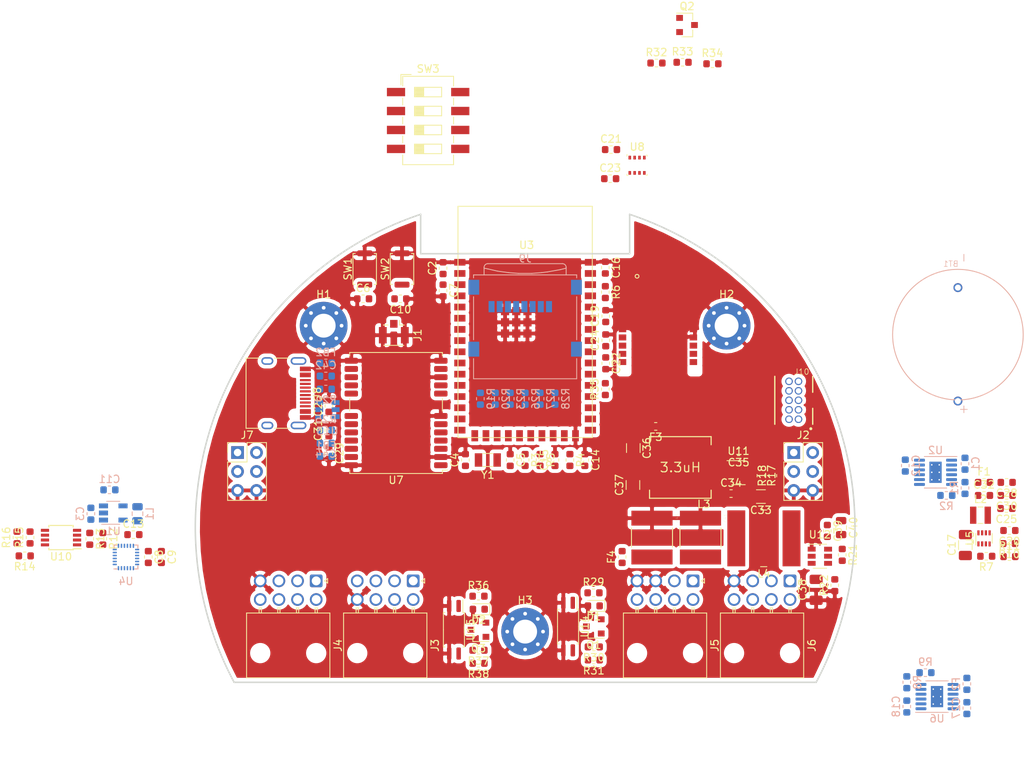
<source format=kicad_pcb>
(kicad_pcb (version 20171130) (host pcbnew "(5.1.10)-1")
  (layers (0 F.Cu signal) (1 In1.Cu power) (2 In2.Cu power) (31 B.Cu signal) (34 B.Paste user) (35 F.Paste user) (36 B.SilkS user) (37 F.SilkS user) (38 B.Mask user) (39 F.Mask user) (44 Edge.Cuts user))
  (net 0 "")
  (net 1 GND)
  (net 2 +3V3)
  (net 3 +5V)
  (net 4 +BATT)
  (net 5 +12V)
  (net 6 /SENSOR_EXTRA)
  (net 7 /SENSOR_SCL)
  (net 8 /SENSOR_SDA)
  (net 9 "Net-(C11-Pad2)")
  (net 10 "Net-(C4-Pad1)")
  (net 11 "Net-(C5-Pad2)")
  (net 12 /EN)
  (net 13 +1V8)
  (net 14 /IO0)
  (net 15 "Net-(C13-Pad1)")
  (net 16 /USB_D+)
  (net 17 /USB_D-)
  (net 18 VBUS)
  (net 19 "Net-(C20-Pad1)")
  (net 20 "Net-(C20-Pad2)")
  (net 21 "Net-(C27-Pad1)")
  (net 22 "Net-(C35-Pad2)")
  (net 23 "Net-(C35-Pad1)")
  (net 24 "Net-(C36-Pad2)")
  (net 25 "Net-(C39-Pad2)")
  (net 26 "Net-(C39-Pad1)")
  (net 27 "Net-(C40-Pad1)")
  (net 28 "Net-(C40-Pad2)")
  (net 29 "Net-(C42-Pad2)")
  (net 30 /SOL_OUT)
  (net 31 /BEACON+)
  (net 32 "Net-(J1-Pad1)")
  (net 33 "Net-(J3-Pad3)")
  (net 34 /CTD_RX)
  (net 35 /CTD_TX)
  (net 36 /BEACON-)
  (net 37 /MODEM_READY)
  (net 38 /MODEM_RX)
  (net 39 /MODEM_TX)
  (net 40 "Net-(J4-Pad6)")
  (net 41 "Net-(J4-Pad8)")
  (net 42 "Net-(J5-Pad8)")
  (net 43 /LEAK-)
  (net 44 /RSENSE+)
  (net 45 /LEAK+)
  (net 46 /RREF+)
  (net 47 /MOTOR_SPEED)
  (net 48 /BATT_SDA)
  (net 49 /MOTOR_DIR)
  (net 50 /BATT_SCL)
  (net 51 /MOTOR_EN)
  (net 52 /D+)
  (net 53 "Net-(J8-PadB5)")
  (net 54 "Net-(J8-PadA8)")
  (net 55 /D-)
  (net 56 "Net-(J8-PadA5)")
  (net 57 "Net-(J8-PadB8)")
  (net 58 /SD_DATA1)
  (net 59 /SD_DATA0)
  (net 60 /SD_CLK)
  (net 61 /SD_CMD)
  (net 62 /SD_CD)
  (net 63 /SD_DATA2)
  (net 64 /TDO)
  (net 65 /TDI)
  (net 66 /TCK)
  (net 67 /TMS)
  (net 68 /~RESET)
  (net 69 "Net-(J10-Pad7)")
  (net 70 "Net-(J10-Pad9)")
  (net 71 "Net-(L1-Pad1)")
  (net 72 "Net-(L2-Pad1)")
  (net 73 "Net-(Q1-Pad1)")
  (net 74 /LEAK_DET)
  (net 75 "Net-(Q2-Pad1)")
  (net 76 "Net-(Q3-Pad1)")
  (net 77 "Net-(R1-Pad2)")
  (net 78 "Net-(R3-Pad1)")
  (net 79 "Net-(R4-Pad1)")
  (net 80 "Net-(R5-Pad1)")
  (net 81 "Net-(R7-Pad1)")
  (net 82 "Net-(R8-Pad2)")
  (net 83 /IMU_SDA_1V8)
  (net 84 /IMU_SCL_1V8)
  (net 85 "Net-(R14-Pad1)")
  (net 86 /IMU_SCL_3V3)
  (net 87 /IMU_SDA_3V3)
  (net 88 "Net-(R17-Pad2)")
  (net 89 "Net-(R29-Pad1)")
  (net 90 /SOL_EN)
  (net 91 "Net-(R30-Pad2)")
  (net 92 /BEACON_EN)
  (net 93 "Net-(R36-Pad1)")
  (net 94 "Net-(R37-Pad2)")
  (net 95 "Net-(U2-Pad6)")
  (net 96 /BCKP_IND)
  (net 97 "Net-(BT1-Pad1)")
  (net 98 "Net-(U3-Pad31)")
  (net 99 "Net-(U3-Pad32)")
  (net 100 "Net-(U3-Pad25)")
  (net 101 "Net-(U3-Pad24)")
  (net 102 "Net-(U3-Pad20)")
  (net 103 "Net-(U3-Pad17)")
  (net 104 "Net-(U3-Pad13)")
  (net 105 "Net-(U3-Pad14)")
  (net 106 "Net-(U3-Pad11)")
  (net 107 "Net-(U3-Pad12)")
  (net 108 "Net-(U3-Pad9)")
  (net 109 "Net-(U3-Pad10)")
  (net 110 "Net-(U3-Pad7)")
  (net 111 "Net-(U3-Pad8)")
  (net 112 "Net-(U3-Pad5)")
  (net 113 "Net-(U3-Pad6)")
  (net 114 "Net-(U3-Pad4)")
  (net 115 "Net-(U4-Pad1)")
  (net 116 "Net-(U4-Pad2)")
  (net 117 "Net-(U4-Pad3)")
  (net 118 "Net-(U4-Pad4)")
  (net 119 "Net-(U4-Pad5)")
  (net 120 "Net-(U4-Pad6)")
  (net 121 "Net-(U4-Pad7)")
  (net 122 "Net-(U4-Pad9)")
  (net 123 "Net-(U4-Pad11)")
  (net 124 "Net-(U4-Pad12)")
  (net 125 "Net-(U4-Pad14)")
  (net 126 "Net-(U4-Pad15)")
  (net 127 "Net-(U4-Pad16)")
  (net 128 "Net-(U4-Pad17)")
  (net 129 "Net-(U4-Pad19)")
  (net 130 "Net-(U4-Pad21)")
  (net 131 "Net-(U4-Pad22)")
  (net 132 "Net-(U6-Pad7)")
  (net 133 "Net-(U6-Pad6)")
  (net 134 "Net-(U7-Pad1)")
  (net 135 "Net-(U7-Pad3)")
  (net 136 /TX_READY)
  (net 137 "Net-(U7-Pad5)")
  (net 138 "Net-(U7-Pad6)")
  (net 139 "Net-(U7-Pad9)")
  (net 140 /LNA_EN)
  (net 141 "Net-(U7-Pad15)")
  (net 142 "Net-(U7-Pad16)")
  (net 143 "Net-(U7-Pad17)")
  (net 144 "Net-(U7-Pad18)")
  (net 145 "Net-(U7-Pad19)")
  (net 146 /GPS_MOSI)
  (net 147 /GPS_MISO)
  (net 148 "Net-(U7-Pad22)")
  (net 149 /SCLK_1)
  (net 150 /MOSI_1)
  (net 151 /CS_PHT)
  (net 152 /MISO_1)
  (net 153 "Net-(U12-Pad5)")
  (net 154 /ANT-SW)
  (net 155 /SX-NRESET)
  (net 156 /RAD_BUSY)
  (net 157 "Net-(U9-Pad4)")
  (net 158 /RAD_SCK)
  (net 159 /RAD_MOSI)
  (net 160 /RAD_MISO)
  (net 161 /RAD_CS)
  (net 162 "Net-(C44-Pad1)")
  (net 163 "Net-(U3-Pad27)")
  (net 164 "Net-(U3-Pad30)")
  (net 165 "Net-(U3-Pad28)")
  (net 166 "Net-(U3-Pad29)")
  (net 167 /DIP1)
  (net 168 /DIP2)
  (net 169 /DIP3)
  (net 170 /DIP4)
  (net 171 "Net-(J3-Pad2)")
  (net 172 "Net-(J4-Pad7)")
  (net 173 "Net-(J5-Pad7)")
  (net 174 +3.3BCKP)
  (net 175 +5_BATT)
  (module MountingHole:MountingHole_3.2mm_M3_Pad_Via (layer F.Cu) (at 123 73)
    (fp_text reference H1 (at 0 -4.2) (layer F.SilkS))
    (fp_text value MountingHole_Pad)
    (pad 1 thru_hole circle (at 1.697056 -1.697056) (size 0.8 0.8) (drill 0.5) (layers *.Cu *.Mask) (net 1 GND))
    (pad 1 thru_hole circle (at 0 -2.4) (size 0.8 0.8) (drill 0.5) (layers *.Cu *.Mask) (net 1 GND))
    (pad 1 thru_hole circle (at -1.697056 -1.697056) (size 0.8 0.8) (drill 0.5) (layers *.Cu *.Mask) (net 1 GND))
    (pad 1 thru_hole circle (at -2.4 0) (size 0.8 0.8) (drill 0.5) (layers *.Cu *.Mask) (net 1 GND))
    (pad 1 thru_hole circle (at -1.697056 1.697056) (size 0.8 0.8) (drill 0.5) (layers *.Cu *.Mask) (net 1 GND))
    (pad 1 thru_hole circle (at 0 2.4) (size 0.8 0.8) (drill 0.5) (layers *.Cu *.Mask) (net 1 GND))
    (pad 1 thru_hole circle (at 1.697056 1.697056) (size 0.8 0.8) (drill 0.5) (layers *.Cu *.Mask) (net 1 GND))
    (pad 1 thru_hole circle (at 2.4 0) (size 0.8 0.8) (drill 0.5) (layers *.Cu *.Mask) (net 1 GND))
    (pad 1 thru_hole circle (at 0 0) (size 6.4 6.4) (drill 3.2) (layers *.Cu *.Mask) (net 1 GND))
  )
  (module MountingHole:MountingHole_3.2mm_M3_Pad_Via (layer F.Cu) (at 177 73)
    (fp_text reference H2 (at 0 -4.2) (layer F.SilkS))
    (fp_text value MountingHole_Pad)
    (pad 1 thru_hole circle (at 0 0) (size 6.4 6.4) (drill 3.2) (layers *.Cu *.Mask) (net 1 GND))
    (pad 1 thru_hole circle (at 2.4 0) (size 0.8 0.8) (drill 0.5) (layers *.Cu *.Mask) (net 1 GND))
    (pad 1 thru_hole circle (at 1.697056 1.697056) (size 0.8 0.8) (drill 0.5) (layers *.Cu *.Mask) (net 1 GND))
    (pad 1 thru_hole circle (at 0 2.4) (size 0.8 0.8) (drill 0.5) (layers *.Cu *.Mask) (net 1 GND))
    (pad 1 thru_hole circle (at -1.697056 1.697056) (size 0.8 0.8) (drill 0.5) (layers *.Cu *.Mask) (net 1 GND))
    (pad 1 thru_hole circle (at -2.4 0) (size 0.8 0.8) (drill 0.5) (layers *.Cu *.Mask) (net 1 GND))
    (pad 1 thru_hole circle (at -1.697056 -1.697056) (size 0.8 0.8) (drill 0.5) (layers *.Cu *.Mask) (net 1 GND))
    (pad 1 thru_hole circle (at 0 -2.4) (size 0.8 0.8) (drill 0.5) (layers *.Cu *.Mask) (net 1 GND))
    (pad 1 thru_hole circle (at 1.697056 -1.697056) (size 0.8 0.8) (drill 0.5) (layers *.Cu *.Mask) (net 1 GND))
  )
  (module MountingHole:MountingHole_3.2mm_M3_Pad_Via (layer F.Cu) (at 150 114)
    (fp_text reference H3 (at 0 -4.2) (layer F.SilkS))
    (fp_text value MountingHole_Pad)
    (pad 1 thru_hole circle (at 0 0) (size 6.4 6.4) (drill 3.2) (layers *.Cu *.Mask) (net 1 GND))
    (pad 1 thru_hole circle (at 2.4 0) (size 0.8 0.8) (drill 0.5) (layers *.Cu *.Mask) (net 1 GND))
    (pad 1 thru_hole circle (at 1.697056 1.697056) (size 0.8 0.8) (drill 0.5) (layers *.Cu *.Mask) (net 1 GND))
    (pad 1 thru_hole circle (at 0 2.4) (size 0.8 0.8) (drill 0.5) (layers *.Cu *.Mask) (net 1 GND))
    (pad 1 thru_hole circle (at -1.697056 1.697056) (size 0.8 0.8) (drill 0.5) (layers *.Cu *.Mask) (net 1 GND))
    (pad 1 thru_hole circle (at -2.4 0) (size 0.8 0.8) (drill 0.5) (layers *.Cu *.Mask) (net 1 GND))
    (pad 1 thru_hole circle (at -1.697056 -1.697056) (size 0.8 0.8) (drill 0.5) (layers *.Cu *.Mask) (net 1 GND))
    (pad 1 thru_hole circle (at 0 -2.4) (size 0.8 0.8) (drill 0.5) (layers *.Cu *.Mask) (net 1 GND))
    (pad 1 thru_hole circle (at 1.697056 -1.697056) (size 0.8 0.8) (drill 0.5) (layers *.Cu *.Mask) (net 1 GND))
  )
  (module Connector_PinHeader_2.54mm:PinHeader_2x03_P2.54mm_Vertical (layer F.Cu) (at 186 90)
    (fp_text reference J2 (at 1.27 -2.33) (layer F.SilkS))
    (fp_text value "Power Header")
    (pad 1 thru_hole rect (at 0 0) (size 1.7 1.7) (drill 1) (layers *.Cu *.Mask) (net 4 +BATT))
    (pad 2 thru_hole oval (at 2.54 0) (size 1.7 1.7) (drill 1) (layers *.Cu *.Mask) (net 175 +5_BATT))
    (pad 3 thru_hole oval (at 0 2.54) (size 1.7 1.7) (drill 1) (layers *.Cu *.Mask) (net 5 +12V))
    (pad 4 thru_hole oval (at 2.54 2.54) (size 1.7 1.7) (drill 1) (layers *.Cu *.Mask) (net 2 +3V3))
    (pad 5 thru_hole oval (at 0 5.08) (size 1.7 1.7) (drill 1) (layers *.Cu *.Mask) (net 1 GND))
    (pad 6 thru_hole oval (at 2.54 5.08) (size 1.7 1.7) (drill 1) (layers *.Cu *.Mask) (net 1 GND))
  )
  (module Connector_PinHeader_2.54mm:PinHeader_2x03_P2.54mm_Vertical (layer F.Cu) (at 111.46 90)
    (fp_text reference J7 (at 1.27 -2.33) (layer F.SilkS))
    (fp_text value "Signal Header")
    (pad 6 thru_hole oval (at 2.54 5.08) (size 1.7 1.7) (drill 1) (layers *.Cu *.Mask) (net 1 GND))
    (pad 5 thru_hole oval (at 0 5.08) (size 1.7 1.7) (drill 1) (layers *.Cu *.Mask) (net 1 GND))
    (pad 4 thru_hole oval (at 2.54 2.54) (size 1.7 1.7) (drill 1) (layers *.Cu *.Mask) (net 6 /SENSOR_EXTRA))
    (pad 3 thru_hole oval (at 0 2.54) (size 1.7 1.7) (drill 1) (layers *.Cu *.Mask) (net 7 /SENSOR_SCL))
    (pad 2 thru_hole oval (at 2.54 0) (size 1.7 1.7) (drill 1) (layers *.Cu *.Mask) (net 6 /SENSOR_EXTRA))
    (pad 1 thru_hole rect (at 0 0) (size 1.7 1.7) (drill 1) (layers *.Cu *.Mask) (net 8 /SENSOR_SDA))
  )
  (module ControlBoard:BR-1632A_HAN (layer B.Cu) (at 208 75.5 270)
    (fp_text reference BT1 (at -10.34 0.955) (layer B.SilkS) (effects (font (size 0.76 0.76) (thickness 0.076)) (justify bottom mirror)))
    (fp_text value BATT_BCKP hide)
    (fp_text user - (at -10.795 0 90) (layer B.SilkS) (effects (font (size 1.2065 1.2065) (thickness 0.1016)) (justify right top mirror)))
    (fp_text user + (at 9.525 0 90) (layer B.SilkS) (effects (font (size 1.2065 1.2065) (thickness 0.1016)) (justify right top mirror)))
    (pad 1 thru_hole circle (at 7.6 0 270) (size 1.2 1.2) (drill 0.8) (layers *.Cu *.Mask) (net 97 "Net-(BT1-Pad1)"))
    (pad 2 thru_hole circle (at -7.6 0 270) (size 1.2 1.2) (drill 0.8) (layers *.Cu *.Mask) (net 1 GND))
  )
  (module Capacitor_SMD:C_0603_1608Metric (layer B.Cu) (at 208.95 91.5 90)
    (fp_text reference C1 (at 0 1.43 270) (layer B.SilkS) (effects (justify mirror)))
    (fp_text value 10uF)
    (pad 1 smd roundrect (at -0.7875 0 90) (size 0.875 0.95) (layers B.Cu B.Paste B.Mask) (net 2 +3V3))
    (pad 2 smd roundrect (at 0.7875 0 90) (size 0.875 0.95) (layers B.Cu B.Paste B.Mask) (net 1 GND))
  )
  (module Capacitor_SMD:C_0603_1608Metric (layer F.Cu) (at 139 65.2875 90)
    (fp_text reference C2 (at 0 -1.43 90) (layer F.SilkS))
    (fp_text value 0.1uF)
    (pad 2 smd roundrect (at 0.7875 0 90) (size 0.875 0.95) (layers F.Cu F.Paste F.Mask) (net 1 GND))
    (pad 1 smd roundrect (at -0.7875 0 90) (size 0.875 0.95) (layers F.Cu F.Paste F.Mask) (net 174 +3.3BCKP))
  )
  (module Capacitor_SMD:C_0603_1608Metric (layer B.Cu) (at 91.8 98.2 270)
    (fp_text reference C3 (at 0 1.43 270) (layer B.SilkS) (effects (justify mirror)))
    (fp_text value "15 uF")
    (pad 2 smd roundrect (at 0.7875 0 270) (size 0.875 0.95) (layers B.Cu B.Paste B.Mask) (net 2 +3V3))
    (pad 1 smd roundrect (at -0.7875 0 270) (size 0.875 0.95) (layers B.Cu B.Paste B.Mask) (net 9 "Net-(C11-Pad2)"))
  )
  (module Capacitor_SMD:C_0603_1608Metric (layer F.Cu) (at 142 91 90)
    (fp_text reference C4 (at 0 -1.43 90) (layer F.SilkS))
    (fp_text value 20pF)
    (pad 2 smd roundrect (at 0.7875 0 90) (size 0.875 0.95) (layers F.Cu F.Paste F.Mask) (net 1 GND))
    (pad 1 smd roundrect (at -0.7875 0 90) (size 0.875 0.95) (layers F.Cu F.Paste F.Mask) (net 10 "Net-(C4-Pad1)"))
  )
  (module Capacitor_SMD:C_0603_1608Metric (layer F.Cu) (at 148 91 270)
    (fp_text reference C5 (at 0 -1.43 90) (layer F.SilkS))
    (fp_text value 20pF)
    (pad 1 smd roundrect (at -0.7875 0 270) (size 0.875 0.95) (layers F.Cu F.Paste F.Mask) (net 1 GND))
    (pad 2 smd roundrect (at 0.7875 0 270) (size 0.875 0.95) (layers F.Cu F.Paste F.Mask) (net 11 "Net-(C5-Pad2)"))
  )
  (module Capacitor_SMD:C_0603_1608Metric (layer F.Cu) (at 128.2875 69.4)
    (fp_text reference C6 (at 0 -1.43) (layer F.SilkS))
    (fp_text value 0.1uF)
    (pad 2 smd roundrect (at 0.7875 0) (size 0.875 0.95) (layers F.Cu F.Paste F.Mask) (net 12 /EN))
    (pad 1 smd roundrect (at -0.7875 0) (size 0.875 0.95) (layers F.Cu F.Paste F.Mask) (net 1 GND))
  )
  (module Capacitor_SMD:C_0603_1608Metric (layer F.Cu) (at 139 68.2875 270)
    (fp_text reference C7 (at 0 -1.43 90) (layer F.SilkS))
    (fp_text value 22uF)
    (pad 1 smd roundrect (at -0.7875 0 270) (size 0.875 0.95) (layers F.Cu F.Paste F.Mask) (net 174 +3.3BCKP))
    (pad 2 smd roundrect (at 0.7875 0 270) (size 0.875 0.95) (layers F.Cu F.Paste F.Mask) (net 1 GND))
  )
  (module Capacitor_SMD:C_0603_1608Metric (layer F.Cu) (at 99.5 104 270)
    (fp_text reference C8 (at 0 -1.43 90) (layer F.SilkS))
    (fp_text value 0.1uF)
    (pad 1 smd roundrect (at -0.7875 0 270) (size 0.875 0.95) (layers F.Cu F.Paste F.Mask) (net 13 +1V8))
    (pad 2 smd roundrect (at 0.7875 0 270) (size 0.875 0.95) (layers F.Cu F.Paste F.Mask) (net 1 GND))
  )
  (module Capacitor_SMD:C_0603_1608Metric (layer F.Cu) (at 101.25 104 270)
    (fp_text reference C9 (at 0 -1.43 90) (layer F.SilkS))
    (fp_text value 0.1uF)
    (pad 2 smd roundrect (at 0.7875 0 270) (size 0.875 0.95) (layers F.Cu F.Paste F.Mask) (net 1 GND))
    (pad 1 smd roundrect (at -0.7875 0 270) (size 0.875 0.95) (layers F.Cu F.Paste F.Mask) (net 13 +1V8))
  )
  (module Capacitor_SMD:C_0603_1608Metric (layer F.Cu) (at 133.2875 69.4 180)
    (fp_text reference C10 (at 0 -1.43) (layer F.SilkS))
    (fp_text value 0.1uF)
    (pad 1 smd roundrect (at -0.7875 0 180) (size 0.875 0.95) (layers F.Cu F.Paste F.Mask) (net 1 GND))
    (pad 2 smd roundrect (at 0.7875 0 180) (size 0.875 0.95) (layers F.Cu F.Paste F.Mask) (net 14 /IO0))
  )
  (module Capacitor_SMD:C_0603_1608Metric (layer B.Cu) (at 94.2875 95 180)
    (fp_text reference C11 (at 0 1.43) (layer B.SilkS) (effects (justify mirror)))
    (fp_text value 10uF)
    (pad 1 smd roundrect (at -0.7875 0 180) (size 0.875 0.95) (layers B.Cu B.Paste B.Mask) (net 13 +1V8))
    (pad 2 smd roundrect (at 0.7875 0 180) (size 0.875 0.95) (layers B.Cu B.Paste B.Mask) (net 9 "Net-(C11-Pad2)"))
  )
  (module Capacitor_SMD:C_0603_1608Metric (layer B.Cu) (at 200.95 91.75 90)
    (fp_text reference C12 (at 0 1.43 270) (layer B.SilkS) (effects (justify mirror)))
    (fp_text value 10uF)
    (pad 1 smd roundrect (at -0.7875 0 90) (size 0.875 0.95) (layers B.Cu B.Paste B.Mask) (net 174 +3.3BCKP))
    (pad 2 smd roundrect (at 0.7875 0 90) (size 0.875 0.95) (layers B.Cu B.Paste B.Mask) (net 1 GND))
  )
  (module Capacitor_SMD:C_0603_1608Metric (layer F.Cu) (at 97.5 101)
    (fp_text reference C13 (at 0 -1.43) (layer F.SilkS))
    (fp_text value 0.1uF)
    (pad 2 smd roundrect (at 0.7875 0) (size 0.875 0.95) (layers F.Cu F.Paste F.Mask) (net 1 GND))
    (pad 1 smd roundrect (at -0.7875 0) (size 0.875 0.95) (layers F.Cu F.Paste F.Mask) (net 15 "Net-(C13-Pad1)"))
  )
  (module Capacitor_SMD:C_0603_1608Metric (layer F.Cu) (at 158 91 270)
    (fp_text reference C14 (at 0 -1.43 90) (layer F.SilkS))
    (fp_text value 20pF)
    (pad 1 smd roundrect (at -0.7875 0 270) (size 0.875 0.95) (layers F.Cu F.Paste F.Mask) (net 1 GND))
    (pad 2 smd roundrect (at 0.7875 0 270) (size 0.875 0.95) (layers F.Cu F.Paste F.Mask) (net 16 /USB_D+))
  )
  (module Capacitor_SMD:C_0603_1608Metric (layer F.Cu) (at 154 91 90)
    (fp_text reference C15 (at 0 -1.43 90) (layer F.SilkS))
    (fp_text value 20pF)
    (pad 2 smd roundrect (at 0.7875 0 90) (size 0.875 0.95) (layers F.Cu F.Paste F.Mask) (net 1 GND))
    (pad 1 smd roundrect (at -0.7875 0 90) (size 0.875 0.95) (layers F.Cu F.Paste F.Mask) (net 17 /USB_D-))
  )
  (module Capacitor_SMD:C_0603_1608Metric (layer F.Cu) (at 160.75 65.2125 270)
    (fp_text reference C16 (at 0 -1.43 90) (layer F.SilkS))
    (fp_text value 0.1uF)
    (pad 1 smd roundrect (at -0.7875 0 270) (size 0.875 0.95) (layers F.Cu F.Paste F.Mask) (net 1 GND))
    (pad 2 smd roundrect (at 0.7875 0 270) (size 0.875 0.95) (layers F.Cu F.Paste F.Mask) (net 12 /EN))
  )
  (module Capacitor_SMD:C_1206_3216Metric (layer F.Cu) (at 209 102.4 90)
    (fp_text reference C17 (at 0 -1.82 90) (layer F.SilkS))
    (fp_text value 22uF)
    (pad 2 smd roundrect (at 1.4 0 90) (size 1.25 1.75) (layers F.Cu F.Paste F.Mask) (roundrect_rratio 0.2) (net 1 GND))
    (pad 1 smd roundrect (at -1.4 0 90) (size 1.25 1.75) (layers F.Cu F.Paste F.Mask) (roundrect_rratio 0.2) (net 3 +5V))
  )
  (module Capacitor_SMD:C_0603_1608Metric (layer B.Cu) (at 201.15 124.0375 270)
    (fp_text reference C18 (at 0 1.43 270) (layer B.SilkS) (effects (justify mirror)))
    (fp_text value 10uF)
    (pad 2 smd roundrect (at 0.7875 0 270) (size 0.875 0.95) (layers B.Cu B.Paste B.Mask) (net 1 GND))
    (pad 1 smd roundrect (at -0.7875 0 270) (size 0.875 0.95) (layers B.Cu B.Paste B.Mask) (net 18 VBUS))
  )
  (module Capacitor_SMD:C_0603_1608Metric (layer F.Cu) (at 160.8 71.7125 90)
    (fp_text reference C19 (at 0 -1.43 90) (layer F.SilkS))
    (fp_text value 0.1uF)
    (pad 2 smd roundrect (at 0.7875 0 90) (size 0.875 0.95) (layers F.Cu F.Paste F.Mask) (net 1 GND))
    (pad 1 smd roundrect (at -0.7875 0 90) (size 0.875 0.95) (layers F.Cu F.Paste F.Mask) (net 174 +3.3BCKP))
  )
  (module Capacitor_SMD:C_0603_1608Metric (layer F.Cu) (at 214.9 100.45 180)
    (fp_text reference C20 (at 0 -1.43) (layer F.SilkS))
    (fp_text value 10pF)
    (pad 1 smd roundrect (at -0.7875 0 180) (size 0.875 0.95) (layers F.Cu F.Paste F.Mask) (net 19 "Net-(C20-Pad1)"))
    (pad 2 smd roundrect (at 0.7875 0 180) (size 0.875 0.95) (layers F.Cu F.Paste F.Mask) (net 20 "Net-(C20-Pad2)"))
  )
  (module Capacitor_SMD:C_0603_1608Metric (layer F.Cu) (at 161.5125 49.4)
    (fp_text reference C21 (at 0 -1.43) (layer F.SilkS))
    (fp_text value 0.1uF)
    (pad 2 smd roundrect (at 0.7875 0) (size 0.875 0.95) (layers F.Cu F.Paste F.Mask) (net 1 GND))
    (pad 1 smd roundrect (at -0.7875 0) (size 0.875 0.95) (layers F.Cu F.Paste F.Mask) (net 2 +3V3))
  )
  (module Capacitor_SMD:C_0603_1608Metric (layer F.Cu) (at 160.8 78.0375 270)
    (fp_text reference C22 (at 0 -1.43 90) (layer F.SilkS))
    (fp_text value 1.0uF)
    (pad 1 smd roundrect (at -0.7875 0 270) (size 0.875 0.95) (layers F.Cu F.Paste F.Mask) (net 174 +3.3BCKP))
    (pad 2 smd roundrect (at 0.7875 0 270) (size 0.875 0.95) (layers F.Cu F.Paste F.Mask) (net 1 GND))
  )
  (module Capacitor_SMD:C_0603_1608Metric (layer F.Cu) (at 161.4 53.3)
    (fp_text reference C23 (at 0 -1.43) (layer F.SilkS))
    (fp_text value 0.1uF)
    (pad 2 smd roundrect (at 0.7875 0) (size 0.875 0.95) (layers F.Cu F.Paste F.Mask) (net 1 GND))
    (pad 1 smd roundrect (at -0.7875 0) (size 0.875 0.95) (layers F.Cu F.Paste F.Mask) (net 2 +3V3))
  )
  (module Capacitor_SMD:C_0603_1608Metric (layer F.Cu) (at 160.8 74.9625 90)
    (fp_text reference C24 (at 0 -1.43 90) (layer F.SilkS))
    (fp_text value 10uF)
    (pad 1 smd roundrect (at -0.7875 0 90) (size 0.875 0.95) (layers F.Cu F.Paste F.Mask) (net 174 +3.3BCKP))
    (pad 2 smd roundrect (at 0.7875 0 90) (size 0.875 0.95) (layers F.Cu F.Paste F.Mask) (net 1 GND))
  )
  (module Capacitor_SMD:C_0603_1608Metric (layer F.Cu) (at 214.5 97.5 180)
    (fp_text reference C25 (at 0 -1.43) (layer F.SilkS))
    (fp_text value 4.7uF)
    (pad 2 smd roundrect (at 0.7875 0 180) (size 0.875 0.95) (layers F.Cu F.Paste F.Mask) (net 19 "Net-(C20-Pad1)"))
    (pad 1 smd roundrect (at -0.7875 0 180) (size 0.875 0.95) (layers F.Cu F.Paste F.Mask) (net 1 GND))
  )
  (module Capacitor_SMD:C_0603_1608Metric (layer F.Cu) (at 123.7 83.7625 90)
    (fp_text reference C26 (at 0 -1.43 90) (layer F.SilkS))
    (fp_text value 0.1uF)
    (pad 1 smd roundrect (at -0.7875 0 90) (size 0.875 0.95) (layers F.Cu F.Paste F.Mask) (net 174 +3.3BCKP))
    (pad 2 smd roundrect (at 0.7875 0 90) (size 0.875 0.95) (layers F.Cu F.Paste F.Mask) (net 1 GND))
  )
  (module Capacitor_SMD:C_0603_1608Metric (layer B.Cu) (at 209.2 124.25 270)
    (fp_text reference C27 (at 0 1.43 270) (layer B.SilkS) (effects (justify mirror)))
    (fp_text value 10uF)
    (pad 1 smd roundrect (at -0.7875 0 270) (size 0.875 0.95) (layers B.Cu B.Paste B.Mask) (net 21 "Net-(C27-Pad1)"))
    (pad 2 smd roundrect (at 0.7875 0 270) (size 0.875 0.95) (layers B.Cu B.Paste B.Mask) (net 1 GND))
  )
  (module Capacitor_SMD:C_0603_1608Metric (layer F.Cu) (at 214.5375 94 180)
    (fp_text reference C28 (at 0 -1.43) (layer F.SilkS))
    (fp_text value 4.7uF)
    (pad 1 smd roundrect (at -0.7875 0 180) (size 0.875 0.95) (layers F.Cu F.Paste F.Mask) (net 1 GND))
    (pad 2 smd roundrect (at 0.7875 0 180) (size 0.875 0.95) (layers F.Cu F.Paste F.Mask) (net 19 "Net-(C20-Pad1)"))
  )
  (module Capacitor_SMD:C_0603_1608Metric (layer F.Cu) (at 123.7 90.0875 270)
    (fp_text reference C29 (at 0 -1.43 90) (layer F.SilkS))
    (fp_text value 1.0uF)
    (pad 2 smd roundrect (at 0.7875 0 270) (size 0.875 0.95) (layers F.Cu F.Paste F.Mask) (net 1 GND))
    (pad 1 smd roundrect (at -0.7875 0 270) (size 0.875 0.95) (layers F.Cu F.Paste F.Mask) (net 174 +3.3BCKP))
  )
  (module Capacitor_SMD:C_0603_1608Metric (layer F.Cu) (at 214.5375 95.75 180)
    (fp_text reference C30 (at 0 -1.43) (layer F.SilkS))
    (fp_text value 4.7uF)
    (pad 2 smd roundrect (at 0.7875 0 180) (size 0.875 0.95) (layers F.Cu F.Paste F.Mask) (net 19 "Net-(C20-Pad1)"))
    (pad 1 smd roundrect (at -0.7875 0 180) (size 0.875 0.95) (layers F.Cu F.Paste F.Mask) (net 1 GND))
  )
  (module Capacitor_SMD:C_0603_1608Metric (layer F.Cu) (at 123.7 87.0125 90)
    (fp_text reference C31 (at 0 -1.43 90) (layer F.SilkS))
    (fp_text value 10uF)
    (pad 1 smd roundrect (at -0.7875 0 90) (size 0.875 0.95) (layers F.Cu F.Paste F.Mask) (net 174 +3.3BCKP))
    (pad 2 smd roundrect (at 0.7875 0 90) (size 0.875 0.95) (layers F.Cu F.Paste F.Mask) (net 1 GND))
  )
  (module Capacitor_SMD:C_0603_1608Metric (layer F.Cu) (at 211.5 95.75)
    (fp_text reference C32 (at 0 -1.43) (layer F.SilkS))
    (fp_text value 4.7uF)
    (pad 1 smd roundrect (at -0.7875 0) (size 0.875 0.95) (layers F.Cu F.Paste F.Mask) (net 1 GND))
    (pad 2 smd roundrect (at 0.7875 0) (size 0.875 0.95) (layers F.Cu F.Paste F.Mask) (net 19 "Net-(C20-Pad1)"))
  )
  (module Capacitor_SMD:C_1206_3216Metric (layer F.Cu) (at 181.6 95.9 180)
    (fp_text reference C33 (at 0 -1.82) (layer F.SilkS))
    (fp_text value 22uF)
    (pad 2 smd roundrect (at 1.4 0 180) (size 1.25 1.75) (layers F.Cu F.Paste F.Mask) (roundrect_rratio 0.2) (net 4 +BATT))
    (pad 1 smd roundrect (at -1.4 0 180) (size 1.25 1.75) (layers F.Cu F.Paste F.Mask) (roundrect_rratio 0.2) (net 1 GND))
  )
  (module Capacitor_SMD:C_0603_1608Metric (layer F.Cu) (at 177.6 95.5)
    (fp_text reference C34 (at 0 -1.43) (layer F.SilkS))
    (fp_text value 100nF)
    (pad 2 smd roundrect (at 0.7875 0) (size 0.875 0.95) (layers F.Cu F.Paste F.Mask) (net 4 +BATT))
    (pad 1 smd roundrect (at -0.7875 0) (size 0.875 0.95) (layers F.Cu F.Paste F.Mask) (net 1 GND))
  )
  (module Capacitor_SMD:C_0603_1608Metric (layer F.Cu) (at 178.6125 89.9 180)
    (fp_text reference C35 (at 0 -1.43) (layer F.SilkS))
    (fp_text value 100nF)
    (pad 2 smd roundrect (at 0.7875 0 180) (size 0.875 0.95) (layers F.Cu F.Paste F.Mask) (net 22 "Net-(C35-Pad2)"))
    (pad 1 smd roundrect (at -0.7875 0 180) (size 0.875 0.95) (layers F.Cu F.Paste F.Mask) (net 23 "Net-(C35-Pad1)"))
  )
  (module Capacitor_SMD:C_1206_3216Metric (layer F.Cu) (at 164.5 89.4 270)
    (fp_text reference C36 (at 0 -1.82 90) (layer F.SilkS))
    (fp_text value 22uF)
    (pad 1 smd roundrect (at -1.4 0 270) (size 1.25 1.75) (layers F.Cu F.Paste F.Mask) (roundrect_rratio 0.2) (net 1 GND))
    (pad 2 smd roundrect (at 1.4 0 270) (size 1.25 1.75) (layers F.Cu F.Paste F.Mask) (roundrect_rratio 0.2) (net 24 "Net-(C36-Pad2)"))
  )
  (module Capacitor_SMD:C_1206_3216Metric (layer F.Cu) (at 164.45 94.35 90)
    (fp_text reference C37 (at 0 -1.82 90) (layer F.SilkS))
    (fp_text value 22uF)
    (pad 1 smd roundrect (at -1.4 0 90) (size 1.25 1.75) (layers F.Cu F.Paste F.Mask) (roundrect_rratio 0.2) (net 1 GND))
    (pad 2 smd roundrect (at 1.4 0 90) (size 1.25 1.75) (layers F.Cu F.Paste F.Mask) (roundrect_rratio 0.2) (net 24 "Net-(C36-Pad2)"))
  )
  (module Capacitor_SMD:C_1206_3216Metric (layer F.Cu) (at 189 108.4 90)
    (fp_text reference C38 (at 0 -1.82 90) (layer F.SilkS))
    (fp_text value 22uF)
    (pad 1 smd roundrect (at -1.4 0 90) (size 1.25 1.75) (layers F.Cu F.Paste F.Mask) (roundrect_rratio 0.2) (net 1 GND))
    (pad 2 smd roundrect (at 1.4 0 90) (size 1.25 1.75) (layers F.Cu F.Paste F.Mask) (roundrect_rratio 0.2) (net 4 +BATT))
  )
  (module Capacitor_SMD:C_0603_1608Metric (layer F.Cu) (at 190.5 100.5 270)
    (fp_text reference C39 (at 0 -1.43 90) (layer F.SilkS))
    (fp_text value 100nF)
    (pad 2 smd roundrect (at 0.7875 0 270) (size 0.875 0.95) (layers F.Cu F.Paste F.Mask) (net 25 "Net-(C39-Pad2)"))
    (pad 1 smd roundrect (at -0.7875 0 270) (size 0.875 0.95) (layers F.Cu F.Paste F.Mask) (net 26 "Net-(C39-Pad1)"))
  )
  (module Capacitor_SMD:C_0805_2012Metric (layer F.Cu) (at 192.35 100.0625 270)
    (fp_text reference C40 (at 0 -1.65 90) (layer F.SilkS))
    (fp_text value 200nF)
    (pad 1 smd roundrect (at -0.9375 0 270) (size 0.975 1.4) (layers F.Cu F.Paste F.Mask) (net 27 "Net-(C40-Pad1)"))
    (pad 2 smd roundrect (at 0.9375 0 270) (size 0.975 1.4) (layers F.Cu F.Paste F.Mask) (net 28 "Net-(C40-Pad2)"))
  )
  (module KCM55WR7YA336MH01K:CAPC6153X670N (layer F.Cu) (at 173.5 101.397 270)
    (fp_text reference C41 (at -2.6 -3.35 90) (layer F.SilkS) (effects (font (size 0.393701 0.393701) (thickness 0.015))))
    (fp_text value 22uF)
    (pad 2 smd rect (at 2.603 0 270) (size 2 5.52) (layers F.Cu F.Paste F.Mask) (net 27 "Net-(C40-Pad1)"))
    (pad 1 smd rect (at -2.603 0 270) (size 2 5.52) (layers F.Cu F.Paste F.Mask) (net 1 GND))
  )
  (module Capacitor_SMD:C_0603_1608Metric (layer B.Cu) (at 123.2875 79.75 180)
    (fp_text reference C42 (at 0 1.43) (layer B.SilkS) (effects (justify mirror)))
    (fp_text value 0.1uF)
    (pad 2 smd roundrect (at 0.7875 0 180) (size 0.875 0.95) (layers B.Cu B.Paste B.Mask) (net 29 "Net-(C42-Pad2)"))
    (pad 1 smd roundrect (at -0.7875 0 180) (size 0.875 0.95) (layers B.Cu B.Paste B.Mask) (net 1 GND))
  )
  (module KCM55WR7YA336MH01K:CAPC6153X670N (layer F.Cu) (at 167 101.397 270)
    (fp_text reference C43 (at -2.6 -3.35 90) (layer F.SilkS) (effects (font (size 0.393701 0.393701) (thickness 0.015))))
    (fp_text value 22uF)
    (pad 1 smd rect (at -2.603 0 270) (size 2 5.52) (layers F.Cu F.Paste F.Mask) (net 1 GND))
    (pad 2 smd rect (at 2.603 0 270) (size 2 5.52) (layers F.Cu F.Paste F.Mask) (net 27 "Net-(C40-Pad1)"))
  )
  (module Capacitor_SMD:C_0603_1608Metric (layer B.Cu) (at 123.2875 88.75)
    (fp_text reference C44 (at 0 1.43) (layer B.SilkS) (effects (justify mirror)))
    (fp_text value 0.1uF)
    (pad 1 smd roundrect (at -0.7875 0) (size 0.875 0.95) (layers B.Cu B.Paste B.Mask) (net 162 "Net-(C44-Pad1)"))
    (pad 2 smd roundrect (at 0.7875 0) (size 0.875 0.95) (layers B.Cu B.Paste B.Mask) (net 1 GND))
  )
  (module Diode_SMD:D_0603_1608Metric (layer F.Cu) (at 159.2 110.55 180)
    (fp_text reference D1 (at 0 -1.43) (layer F.SilkS))
    (fp_text value D_Schottky)
    (pad 1 smd roundrect (at -0.7875 0 180) (size 0.875 0.95) (layers F.Cu F.Paste F.Mask) (net 30 /SOL_OUT))
    (pad 2 smd roundrect (at 0.7875 0 180) (size 0.875 0.95) (layers F.Cu F.Paste F.Mask) (net 1 GND))
  )
  (module Diode_SMD:D_0603_1608Metric (layer F.Cu) (at 143.7875 111 180)
    (fp_text reference D2 (at 0 -1.43) (layer F.SilkS))
    (fp_text value D_Schottky)
    (pad 2 smd roundrect (at 0.7875 0 180) (size 0.875 0.95) (layers F.Cu F.Paste F.Mask) (net 1 GND))
    (pad 1 smd roundrect (at -0.7875 0 180) (size 0.875 0.95) (layers F.Cu F.Paste F.Mask) (net 31 /BEACON+))
  )
  (module Fuse:Fuse_0603_1608Metric (layer F.Cu) (at 211.5 94)
    (fp_text reference F1 (at 0 -1.43) (layer F.SilkS))
    (fp_text value 2A)
    (pad 2 smd roundrect (at 0.7875 0) (size 0.875 0.95) (layers F.Cu F.Paste F.Mask) (net 19 "Net-(C20-Pad1)"))
    (pad 1 smd roundrect (at -0.7875 0) (size 0.875 0.95) (layers F.Cu F.Paste F.Mask) (net 2 +3V3))
  )
  (module Fuse:Fuse_0603_1608Metric (layer B.Cu) (at 209.2 121 270)
    (fp_text reference F2 (at 0 1.43 270) (layer B.SilkS) (effects (justify mirror)))
    (fp_text value 3A)
    (pad 2 smd roundrect (at 0.7875 0 270) (size 0.875 0.95) (layers B.Cu B.Paste B.Mask) (net 21 "Net-(C27-Pad1)"))
    (pad 1 smd roundrect (at -0.7875 0 270) (size 0.875 0.95) (layers B.Cu B.Paste B.Mask) (net 3 +5V))
  )
  (module Fuse:Fuse_0603_1608Metric (layer F.Cu) (at 167.5 86.5 180)
    (fp_text reference F3 (at 0 -1.43) (layer F.SilkS))
    (fp_text value 3A)
    (pad 1 smd roundrect (at -0.7875 0 180) (size 0.875 0.95) (layers F.Cu F.Paste F.Mask) (net 175 +5_BATT))
    (pad 2 smd roundrect (at 0.7875 0 180) (size 0.875 0.95) (layers F.Cu F.Paste F.Mask) (net 24 "Net-(C36-Pad2)"))
  )
  (module Fuse:Fuse_0603_1608Metric (layer F.Cu) (at 163 104 90)
    (fp_text reference F4 (at 0 -1.43 90) (layer F.SilkS))
    (fp_text value 2A)
    (pad 1 smd roundrect (at -0.7875 0 90) (size 0.875 0.95) (layers F.Cu F.Paste F.Mask) (net 5 +12V))
    (pad 2 smd roundrect (at 0.7875 0 90) (size 0.875 0.95) (layers F.Cu F.Paste F.Mask) (net 27 "Net-(C40-Pad1)"))
  )
  (module Inductor_SMD:L_0603_1608Metric (layer B.Cu) (at 123.2875 90.5 180)
    (fp_text reference FB1 (at 0 1.43) (layer B.SilkS) (effects (justify mirror)))
    (fp_text value 1.5A)
    (pad 2 smd roundrect (at 0.7875 0 180) (size 0.875 0.95) (layers B.Cu B.Paste B.Mask) (net 29 "Net-(C42-Pad2)"))
    (pad 1 smd roundrect (at -0.7875 0 180) (size 0.875 0.95) (layers B.Cu B.Paste B.Mask) (net 1 GND))
  )
  (module Inductor_SMD:L_0603_1608Metric (layer B.Cu) (at 123.2875 78 180)
    (fp_text reference FB2 (at 0 1.43) (layer B.SilkS) (effects (justify mirror)))
    (fp_text value 1.5A)
    (pad 1 smd roundrect (at -0.7875 0 180) (size 0.875 0.95) (layers B.Cu B.Paste B.Mask) (net 18 VBUS))
    (pad 2 smd roundrect (at 0.7875 0 180) (size 0.875 0.95) (layers B.Cu B.Paste B.Mask) (net 162 "Net-(C44-Pad1)"))
  )
  (module Connector_Coaxial:U.FL_Hirose_U.FL-R-SMT-1_Vertical (layer F.Cu) (at 132.4 73.8 270)
    (fp_text reference J1 (at 0.475 -3.2 90) (layer F.SilkS))
    (fp_text value Conn_Coaxial)
    (pad 2 smd rect (at 0.475 1.475 270) (size 2.2 1.05) (layers F.Cu F.Paste F.Mask) (net 1 GND))
    (pad 1 smd rect (at -1.05 0 270) (size 1.05 1) (layers F.Cu F.Paste F.Mask) (net 32 "Net-(J1-Pad1)"))
    (pad 2 smd rect (at 0.475 -1.475 270) (size 2.2 1.05) (layers F.Cu F.Paste F.Mask) (net 1 GND))
  )
  (module Connector_Molex:Molex_Nano-Fit_105314-xx08_2x04_P2.50mm_Horizontal (layer F.Cu) (at 135 107.2 270)
    (fp_text reference J3 (at 8.65 -2.92 90) (layer F.SilkS))
    (fp_text value Conn_02x04_Odd_Even)
    (pad 1 thru_hole roundrect (at 0 0 270) (size 1.7 1.7) (drill 1.2) (layers *.Cu *.Mask) (roundrect_rratio 0.147059) (net 31 /BEACON+))
    (pad 2 thru_hole circle (at 0 2.5 270) (size 1.7 1.7) (drill 1.2) (layers *.Cu *.Mask) (net 171 "Net-(J3-Pad2)"))
    (pad 3 thru_hole circle (at 0 5 270) (size 1.7 1.7) (drill 1.2) (layers *.Cu *.Mask) (net 33 "Net-(J3-Pad3)"))
    (pad 4 thru_hole circle (at 0 7.5 270) (size 1.7 1.7) (drill 1.2) (layers *.Cu *.Mask) (net 36 /BEACON-))
    (pad 5 thru_hole circle (at 2.5 0 270) (size 1.7 1.7) (drill 1.2) (layers *.Cu *.Mask) (net 3 +5V))
    (pad 6 thru_hole circle (at 2.5 2.5 270) (size 1.7 1.7) (drill 1.2) (layers *.Cu *.Mask) (net 34 /CTD_RX))
    (pad 7 thru_hole circle (at 2.5 5 270) (size 1.7 1.7) (drill 1.2) (layers *.Cu *.Mask) (net 35 /CTD_TX))
    (pad 8 thru_hole circle (at 2.5 7.5 270) (size 1.7 1.7) (drill 1.2) (layers *.Cu *.Mask) (net 1 GND))
    (pad "" np_thru_hole circle (at 9.68 0 270) (size 1.7 1.7) (drill 1.7) (layers *.Cu *.Mask))
    (pad "" np_thru_hole circle (at 9.68 7.5 270) (size 1.7 1.7) (drill 1.7) (layers *.Cu *.Mask))
  )
  (module Connector_Molex:Molex_Nano-Fit_105314-xx08_2x04_P2.50mm_Horizontal (layer F.Cu) (at 122 107.2 270)
    (fp_text reference J4 (at 8.65 -2.92 90) (layer F.SilkS))
    (fp_text value Conn_02x04_Odd_Even)
    (pad 1 thru_hole roundrect (at 0 0 270) (size 1.7 1.7) (drill 1.2) (layers *.Cu *.Mask) (roundrect_rratio 0.147059) (net 4 +BATT))
    (pad 2 thru_hole circle (at 0 2.5 270) (size 1.7 1.7) (drill 1.2) (layers *.Cu *.Mask) (net 38 /MODEM_RX))
    (pad 3 thru_hole circle (at 0 5 270) (size 1.7 1.7) (drill 1.2) (layers *.Cu *.Mask) (net 39 /MODEM_TX))
    (pad 4 thru_hole circle (at 0 7.5 270) (size 1.7 1.7) (drill 1.2) (layers *.Cu *.Mask) (net 1 GND))
    (pad 5 thru_hole circle (at 2.5 0 270) (size 1.7 1.7) (drill 1.2) (layers *.Cu *.Mask) (net 37 /MODEM_READY))
    (pad 6 thru_hole circle (at 2.5 2.5 270) (size 1.7 1.7) (drill 1.2) (layers *.Cu *.Mask) (net 40 "Net-(J4-Pad6)"))
    (pad 7 thru_hole circle (at 2.5 5 270) (size 1.7 1.7) (drill 1.2) (layers *.Cu *.Mask) (net 172 "Net-(J4-Pad7)"))
    (pad 8 thru_hole circle (at 2.5 7.5 270) (size 1.7 1.7) (drill 1.2) (layers *.Cu *.Mask) (net 41 "Net-(J4-Pad8)"))
    (pad "" np_thru_hole circle (at 9.68 0 270) (size 1.7 1.7) (drill 1.7) (layers *.Cu *.Mask))
    (pad "" np_thru_hole circle (at 9.68 7.5 270) (size 1.7 1.7) (drill 1.7) (layers *.Cu *.Mask))
  )
  (module Connector_Molex:Molex_Nano-Fit_105314-xx08_2x04_P2.50mm_Horizontal (layer F.Cu) (at 172.5 107.2 270)
    (fp_text reference J5 (at 8.65 -2.92 90) (layer F.SilkS))
    (fp_text value Conn_02x04_Odd_Even)
    (pad "" np_thru_hole circle (at 9.68 7.5 270) (size 1.7 1.7) (drill 1.7) (layers *.Cu *.Mask))
    (pad "" np_thru_hole circle (at 9.68 0 270) (size 1.7 1.7) (drill 1.7) (layers *.Cu *.Mask))
    (pad 8 thru_hole circle (at 2.5 7.5 270) (size 1.7 1.7) (drill 1.2) (layers *.Cu *.Mask) (net 42 "Net-(J5-Pad8)"))
    (pad 7 thru_hole circle (at 2.5 5 270) (size 1.7 1.7) (drill 1.2) (layers *.Cu *.Mask) (net 173 "Net-(J5-Pad7)"))
    (pad 6 thru_hole circle (at 2.5 2.5 270) (size 1.7 1.7) (drill 1.2) (layers *.Cu *.Mask) (net 43 /LEAK-))
    (pad 5 thru_hole circle (at 2.5 0 270) (size 1.7 1.7) (drill 1.2) (layers *.Cu *.Mask) (net 45 /LEAK+))
    (pad 4 thru_hole circle (at 0 7.5 270) (size 1.7 1.7) (drill 1.2) (layers *.Cu *.Mask) (net 1 GND))
    (pad 3 thru_hole circle (at 0 5 270) (size 1.7 1.7) (drill 1.2) (layers *.Cu *.Mask) (net 1 GND))
    (pad 2 thru_hole circle (at 0 2.5 270) (size 1.7 1.7) (drill 1.2) (layers *.Cu *.Mask) (net 44 /RSENSE+))
    (pad 1 thru_hole roundrect (at 0 0 270) (size 1.7 1.7) (drill 1.2) (layers *.Cu *.Mask) (roundrect_rratio 0.147059) (net 46 /RREF+))
  )
  (module Connector_Molex:Molex_Nano-Fit_105314-xx08_2x04_P2.50mm_Horizontal (layer F.Cu) (at 185.5 107.2 270)
    (fp_text reference J6 (at 8.65 -2.92 90) (layer F.SilkS))
    (fp_text value Conn_02x04_Odd_Even)
    (pad "" np_thru_hole circle (at 9.68 7.5 270) (size 1.7 1.7) (drill 1.7) (layers *.Cu *.Mask))
    (pad "" np_thru_hole circle (at 9.68 0 270) (size 1.7 1.7) (drill 1.7) (layers *.Cu *.Mask))
    (pad 8 thru_hole circle (at 2.5 7.5 270) (size 1.7 1.7) (drill 1.2) (layers *.Cu *.Mask) (net 30 /SOL_OUT))
    (pad 7 thru_hole circle (at 2.5 5 270) (size 1.7 1.7) (drill 1.2) (layers *.Cu *.Mask) (net 47 /MOTOR_SPEED))
    (pad 6 thru_hole circle (at 2.5 2.5 270) (size 1.7 1.7) (drill 1.2) (layers *.Cu *.Mask) (net 49 /MOTOR_DIR))
    (pad 5 thru_hole circle (at 2.5 0 270) (size 1.7 1.7) (drill 1.2) (layers *.Cu *.Mask) (net 51 /MOTOR_EN))
    (pad 4 thru_hole circle (at 0 7.5 270) (size 1.7 1.7) (drill 1.2) (layers *.Cu *.Mask) (net 1 GND))
    (pad 3 thru_hole circle (at 0 5 270) (size 1.7 1.7) (drill 1.2) (layers *.Cu *.Mask) (net 48 /BATT_SDA))
    (pad 2 thru_hole circle (at 0 2.5 270) (size 1.7 1.7) (drill 1.2) (layers *.Cu *.Mask) (net 50 /BATT_SCL))
    (pad 1 thru_hole roundrect (at 0 0 270) (size 1.7 1.7) (drill 1.2) (layers *.Cu *.Mask) (roundrect_rratio 0.147059) (net 4 +BATT))
  )
  (module Connector_USB:USB_C_Receptacle_HRO_TYPE-C-31-M-12 (layer F.Cu) (at 116.5 82.05 270)
    (fp_text reference J8 (at 0 -5.645 90) (layer F.SilkS))
    (fp_text value USB_C_Receptacle_USB2.0)
    (pad S1 thru_hole oval (at 4.32 1.05 270) (size 1 1.6) (drill oval 0.6 1.2) (layers *.Cu *.Mask) (net 29 "Net-(C42-Pad2)"))
    (pad "" np_thru_hole circle (at 2.89 -2.6 270) (size 0.65 0.65) (drill 0.65) (layers *.Cu *.Mask))
    (pad S1 thru_hole oval (at -4.32 1.05 270) (size 1 1.6) (drill oval 0.6 1.2) (layers *.Cu *.Mask) (net 29 "Net-(C42-Pad2)"))
    (pad "" np_thru_hole circle (at -2.89 -2.6 270) (size 0.65 0.65) (drill 0.65) (layers *.Cu *.Mask))
    (pad S1 thru_hole oval (at -4.32 -3.13 270) (size 1 2.1) (drill oval 0.6 1.7) (layers *.Cu *.Mask) (net 29 "Net-(C42-Pad2)"))
    (pad S1 thru_hole oval (at 4.32 -3.13 270) (size 1 2.1) (drill oval 0.6 1.7) (layers *.Cu *.Mask) (net 29 "Net-(C42-Pad2)"))
    (pad A6 smd rect (at -0.25 -4.045 270) (size 0.3 1.45) (layers F.Cu F.Paste F.Mask) (net 52 /D+))
    (pad B5 smd rect (at 1.75 -4.045 270) (size 0.3 1.45) (layers F.Cu F.Paste F.Mask) (net 53 "Net-(J8-PadB5)"))
    (pad A8 smd rect (at 1.25 -4.045 270) (size 0.3 1.45) (layers F.Cu F.Paste F.Mask) (net 54 "Net-(J8-PadA8)"))
    (pad B6 smd rect (at 0.75 -4.045 270) (size 0.3 1.45) (layers F.Cu F.Paste F.Mask) (net 52 /D+))
    (pad A7 smd rect (at 0.25 -4.045 270) (size 0.3 1.45) (layers F.Cu F.Paste F.Mask) (net 55 /D-))
    (pad B7 smd rect (at -0.75 -4.045 270) (size 0.3 1.45) (layers F.Cu F.Paste F.Mask) (net 55 /D-))
    (pad A5 smd rect (at -1.25 -4.045 270) (size 0.3 1.45) (layers F.Cu F.Paste F.Mask) (net 56 "Net-(J8-PadA5)"))
    (pad B8 smd rect (at -1.75 -4.045 270) (size 0.3 1.45) (layers F.Cu F.Paste F.Mask) (net 57 "Net-(J8-PadB8)"))
    (pad A12 smd rect (at 3.25 -4.045 270) (size 0.6 1.45) (layers F.Cu F.Paste F.Mask) (net 1 GND))
    (pad B4 smd rect (at 2.45 -4.045 270) (size 0.6 1.45) (layers F.Cu F.Paste F.Mask) (net 162 "Net-(C44-Pad1)"))
    (pad A4 smd rect (at -2.45 -4.045 270) (size 0.6 1.45) (layers F.Cu F.Paste F.Mask) (net 162 "Net-(C44-Pad1)"))
    (pad A1 smd rect (at -3.25 -4.045 270) (size 0.6 1.45) (layers F.Cu F.Paste F.Mask) (net 1 GND))
    (pad B12 smd rect (at -3.25 -4.045 270) (size 0.6 1.45) (layers F.Cu F.Paste F.Mask) (net 1 GND))
    (pad B9 smd rect (at -2.45 -4.045 270) (size 0.6 1.45) (layers F.Cu F.Paste F.Mask) (net 162 "Net-(C44-Pad1)"))
    (pad A9 smd rect (at 2.45 -4.045 270) (size 0.6 1.45) (layers F.Cu F.Paste F.Mask) (net 162 "Net-(C44-Pad1)"))
    (pad B1 smd rect (at 3.25 -4.045 270) (size 0.6 1.45) (layers F.Cu F.Paste F.Mask) (net 1 GND))
  )
  (module Connector_Card:microSD_HC_Wuerth_693072010801 (layer B.Cu) (at 150 72 180)
    (fp_text reference J9 (at 0 7.99) (layer B.SilkS) (effects (justify mirror)))
    (fp_text value Micro_SD_Card)
    (pad 9 smd rect (at 6.875 4.15 180) (size 1.45 2) (layers B.Cu B.Paste B.Mask) (net 1 GND))
    (pad 9 smd rect (at -6.875 4.15 180) (size 1.45 2) (layers B.Cu B.Paste B.Mask) (net 1 GND))
    (pad 9 smd rect (at -6.875 -4.15 180) (size 1.45 2) (layers B.Cu B.Paste B.Mask) (net 1 GND))
    (pad 9 smd rect (at 6.875 -4.15 180) (size 1.45 2) (layers B.Cu B.Paste B.Mask) (net 1 GND))
    (pad 8 smd rect (at 4.5 1.55 180) (size 0.8 1.5) (layers B.Cu B.Paste B.Mask) (net 58 /SD_DATA1))
    (pad 7 smd rect (at 3.4 1.55 180) (size 0.8 1.5) (layers B.Cu B.Paste B.Mask) (net 59 /SD_DATA0))
    (pad 6 smd rect (at 2.3 1.55 180) (size 0.8 1.5) (layers B.Cu B.Paste B.Mask) (net 1 GND))
    (pad 5 smd rect (at 1.2 1.55 180) (size 0.8 1.5) (layers B.Cu B.Paste B.Mask) (net 60 /SD_CLK))
    (pad 4 smd rect (at 0.1 1.55 180) (size 0.8 1.5) (layers B.Cu B.Paste B.Mask) (net 2 +3V3))
    (pad 3 smd rect (at -1 1.55 180) (size 0.8 1.5) (layers B.Cu B.Paste B.Mask) (net 61 /SD_CMD))
    (pad 2 smd rect (at -2.1 1.55 180) (size 0.8 1.5) (layers B.Cu B.Paste B.Mask) (net 62 /SD_CD))
    (pad 1 smd rect (at -3.2 1.55 180) (size 0.8 1.5) (layers B.Cu B.Paste B.Mask) (net 63 /SD_DATA2))
  )
  (module ControlBoard:JTAG (layer F.Cu) (at 186 83 90)
    (fp_text reference J10 (at 3.375 2.125 180) (layer F.SilkS) (effects (font (size 0.76 0.76) (thickness 0.076)) (justify right bottom)))
    (fp_text value Conn_ARM_JTAG_SWD_10 hide)
    (pad 6 thru_hole circle (at 0 -0.635 90) (size 1.01 1.01) (drill 0.71) (layers *.Cu *.Mask) (net 64 /TDO))
    (pad 8 thru_hole circle (at 1.27 -0.635 90) (size 1.01 1.01) (drill 0.71) (layers *.Cu *.Mask) (net 65 /TDI))
    (pad 4 thru_hole circle (at -1.27 -0.635 90) (size 1.01 1.01) (drill 0.71) (layers *.Cu *.Mask) (net 66 /TCK))
    (pad 2 thru_hole circle (at -2.54 -0.635 90) (size 1.01 1.01) (drill 0.71) (layers *.Cu *.Mask) (net 67 /TMS))
    (pad 10 thru_hole circle (at 2.54 -0.635 90) (size 1.01 1.01) (drill 0.71) (layers *.Cu *.Mask) (net 68 /~RESET))
    (pad 5 thru_hole circle (at 0 0.635 90) (size 1.01 1.01) (drill 0.71) (layers *.Cu *.Mask) (net 1 GND))
    (pad 3 thru_hole circle (at -1.27 0.635 90) (size 1.01 1.01) (drill 0.71) (layers *.Cu *.Mask) (net 1 GND))
    (pad 1 thru_hole circle (at -2.54 0.635 90) (size 1.01 1.01) (drill 0.71) (layers *.Cu *.Mask) (net 2 +3V3))
    (pad 7 thru_hole circle (at 1.27 0.635 90) (size 1.01 1.01) (drill 0.71) (layers *.Cu *.Mask) (net 69 "Net-(J10-Pad7)"))
    (pad 9 thru_hole circle (at 2.54 0.635 90) (size 1.01 1.01) (drill 0.71) (layers *.Cu *.Mask) (net 70 "Net-(J10-Pad9)"))
  )
  (module Inductor_SMD:L_0805_2012Metric (layer B.Cu) (at 98.05 98.2 90)
    (fp_text reference L1 (at 0 1.65 270) (layer B.SilkS) (effects (justify mirror)))
    (fp_text value "2.2 uH")
    (pad 1 smd roundrect (at -0.9375 0 90) (size 0.975 1.4) (layers B.Cu B.Paste B.Mask) (net 71 "Net-(L1-Pad1)"))
    (pad 2 smd roundrect (at 0.9375 0 90) (size 0.975 1.4) (layers B.Cu B.Paste B.Mask) (net 13 +1V8))
  )
  (module Inductor_SMD:L_Wuerth_MAPI-2510 (layer F.Cu) (at 211.025 98.4)
    (fp_text reference L2 (at 0 -2.15) (layer F.SilkS))
    (fp_text value 330nH)
    (pad 1 smd rect (at -0.975 0) (size 0.85 2.3) (layers F.Cu F.Paste F.Mask) (net 72 "Net-(L2-Pad1)"))
    (pad 2 smd rect (at 0.975 0) (size 0.85 2.3) (layers F.Cu F.Paste F.Mask) (net 19 "Net-(C20-Pad1)"))
  )
  (module ControlBoard:Vishay-IHLP-3232DZ-FP_2.413x5.334-3D_4.0-0-0-MFG (layer F.Cu) (at 170.8 92 180)
    (fp_text reference L3 (at -4.128 -4.928) (layer F.SilkS) (effects (justify right)))
    (fp_text value 3.3uH (at 0 0) (layer F.SilkS) (effects (font (size 1.27 1.27))))
    (pad 2 smd rect (at 3.6195 0 180) (size 2.413 5.334) (layers F.Cu F.Paste F.Mask) (net 24 "Net-(C36-Pad2)"))
    (pad 1 smd rect (at -3.6195 0 180) (size 2.413 5.334) (layers F.Cu F.Paste F.Mask) (net 22 "Net-(C35-Pad2)"))
  )
  (module ControlBoard:L_Wuerth_WE-LQS-8040 (layer F.Cu) (at 182 101.5 180)
    (fp_text reference L4 (at 0 -4.75) (layer F.SilkS))
    (fp_text value 12uH)
    (pad 1 smd rect (at -2.5 0 180) (size 2.4 7.5) (drill (offset -1.2 0)) (layers F.Cu F.Paste F.Mask) (net 26 "Net-(C39-Pad1)"))
    (pad 2 smd rect (at 2.5 0 180) (size 2.4 7.5) (drill (offset 1.2 0)) (layers F.Cu F.Paste F.Mask) (net 27 "Net-(C40-Pad1)"))
  )
  (module Package_TO_SOT_SMD:SOT-23 (layer F.Cu) (at 159.2 113.3 180)
    (fp_text reference Q1 (at 0 -2.5) (layer F.SilkS))
    (fp_text value DMP3030SN-7)
    (pad 1 smd rect (at -1 -0.95 180) (size 0.9 0.8) (layers F.Cu F.Paste F.Mask) (net 73 "Net-(Q1-Pad1)"))
    (pad 2 smd rect (at -1 0.95 180) (size 0.9 0.8) (layers F.Cu F.Paste F.Mask) (net 30 /SOL_OUT))
    (pad 3 smd rect (at 1 0 180) (size 0.9 0.8) (layers F.Cu F.Paste F.Mask) (net 5 +12V))
  )
  (module Package_TO_SOT_SMD:SOT-23 (layer F.Cu) (at 171.7 32.7)
    (fp_text reference Q2 (at 0 -2.5) (layer F.SilkS))
    (fp_text value SST3906HZGT116)
    (pad 3 smd rect (at 1 0) (size 0.9 0.8) (layers F.Cu F.Paste F.Mask) (net 2 +3V3))
    (pad 2 smd rect (at -1 0.95) (size 0.9 0.8) (layers F.Cu F.Paste F.Mask) (net 74 /LEAK_DET))
    (pad 1 smd rect (at -1 -0.95) (size 0.9 0.8) (layers F.Cu F.Paste F.Mask) (net 75 "Net-(Q2-Pad1)"))
  )
  (module Package_TO_SOT_SMD:SOT-23 (layer F.Cu) (at 143.75 113.75 180)
    (fp_text reference Q3 (at 0 -2.5) (layer F.SilkS))
    (fp_text value DMP3030SN-7)
    (pad 1 smd rect (at -1 -0.95 180) (size 0.9 0.8) (layers F.Cu F.Paste F.Mask) (net 76 "Net-(Q3-Pad1)"))
    (pad 2 smd rect (at -1 0.95 180) (size 0.9 0.8) (layers F.Cu F.Paste F.Mask) (net 31 /BEACON+))
    (pad 3 smd rect (at 1 0 180) (size 0.9 0.8) (layers F.Cu F.Paste F.Mask) (net 5 +12V))
  )
  (module Resistor_SMD:R_0603_1608Metric (layer B.Cu) (at 208.95 94.75 270)
    (fp_text reference R1 (at 0 1.43 270) (layer B.SilkS) (effects (justify mirror)))
    (fp_text value 1M)
    (pad 1 smd roundrect (at -0.7875 0 270) (size 0.875 0.95) (layers B.Cu B.Paste B.Mask) (net 2 +3V3))
    (pad 2 smd roundrect (at 0.7875 0 270) (size 0.875 0.95) (layers B.Cu B.Paste B.Mask) (net 77 "Net-(R1-Pad2)"))
  )
  (module Resistor_SMD:R_0603_1608Metric (layer B.Cu) (at 206.45 95.75)
    (fp_text reference R2 (at 0 1.43) (layer B.SilkS) (effects (justify mirror)))
    (fp_text value 732k)
    (pad 2 smd roundrect (at 0.7875 0) (size 0.875 0.95) (layers B.Cu B.Paste B.Mask) (net 77 "Net-(R1-Pad2)"))
    (pad 1 smd roundrect (at -0.7875 0) (size 0.875 0.95) (layers B.Cu B.Paste B.Mask) (net 1 GND))
  )
  (module Resistor_SMD:R_0603_1608Metric (layer F.Cu) (at 150 91 270)
    (fp_text reference R3 (at 0 -1.43 90) (layer F.SilkS))
    (fp_text value 10k)
    (pad 2 smd roundrect (at 0.7875 0 270) (size 0.875 0.95) (layers F.Cu F.Paste F.Mask) (net 2 +3V3))
    (pad 1 smd roundrect (at -0.7875 0 270) (size 0.875 0.95) (layers F.Cu F.Paste F.Mask) (net 78 "Net-(R3-Pad1)"))
  )
  (module Resistor_SMD:R_0603_1608Metric (layer F.Cu) (at 156 91 270)
    (fp_text reference R4 (at 0 -1.43 90) (layer F.SilkS))
    (fp_text value 22)
    (pad 2 smd roundrect (at 0.7875 0 270) (size 0.875 0.95) (layers F.Cu F.Paste F.Mask) (net 16 /USB_D+))
    (pad 1 smd roundrect (at -0.7875 0 270) (size 0.875 0.95) (layers F.Cu F.Paste F.Mask) (net 79 "Net-(R4-Pad1)"))
  )
  (module Resistor_SMD:R_0603_1608Metric (layer F.Cu) (at 152 91 270)
    (fp_text reference R5 (at 0 -1.43 90) (layer F.SilkS))
    (fp_text value 22)
    (pad 1 smd roundrect (at -0.7875 0 270) (size 0.875 0.95) (layers F.Cu F.Paste F.Mask) (net 80 "Net-(R5-Pad1)"))
    (pad 2 smd roundrect (at 0.7875 0 270) (size 0.875 0.95) (layers F.Cu F.Paste F.Mask) (net 17 /USB_D-))
  )
  (module Resistor_SMD:R_0603_1608Metric (layer F.Cu) (at 160.75 68.5 270)
    (fp_text reference R6 (at 0 -1.43 90) (layer F.SilkS))
    (fp_text value 10k)
    (pad 2 smd roundrect (at 0.7875 0 270) (size 0.875 0.95) (layers F.Cu F.Paste F.Mask) (net 174 +3.3BCKP))
    (pad 1 smd roundrect (at -0.7875 0 270) (size 0.875 0.95) (layers F.Cu F.Paste F.Mask) (net 12 /EN))
  )
  (module Resistor_SMD:R_0603_1608Metric (layer F.Cu) (at 211.8 103.9 180)
    (fp_text reference R7 (at 0 -1.43) (layer F.SilkS))
    (fp_text value 8.06k)
    (pad 1 smd roundrect (at -0.7875 0 180) (size 0.875 0.95) (layers F.Cu F.Paste F.Mask) (net 81 "Net-(R7-Pad1)"))
    (pad 2 smd roundrect (at 0.7875 0 180) (size 0.875 0.95) (layers F.Cu F.Paste F.Mask) (net 1 GND))
  )
  (module Resistor_SMD:R_0603_1608Metric (layer B.Cu) (at 201.15 120.7875 90)
    (fp_text reference R8 (at 0 1.43 -90) (layer B.SilkS) (effects (justify mirror)))
    (fp_text value 1M)
    (pad 1 smd roundrect (at -0.7875 0 90) (size 0.875 0.95) (layers B.Cu B.Paste B.Mask) (net 18 VBUS))
    (pad 2 smd roundrect (at 0.7875 0 90) (size 0.875 0.95) (layers B.Cu B.Paste B.Mask) (net 82 "Net-(R8-Pad2)"))
  )
  (module Resistor_SMD:R_0603_1608Metric (layer B.Cu) (at 203.65 119.5 180)
    (fp_text reference R9 (at 0 1.43) (layer B.SilkS) (effects (justify mirror)))
    (fp_text value 365k)
    (pad 2 smd roundrect (at 0.7875 0 180) (size 0.875 0.95) (layers B.Cu B.Paste B.Mask) (net 82 "Net-(R8-Pad2)"))
    (pad 1 smd roundrect (at -0.7875 0 180) (size 0.875 0.95) (layers B.Cu B.Paste B.Mask) (net 1 GND))
  )
  (module Resistor_SMD:R_0603_1608Metric (layer F.Cu) (at 214.8625 102.2 180)
    (fp_text reference R10 (at 0 -1.43) (layer F.SilkS))
    (fp_text value 453k)
    (pad 1 smd roundrect (at -0.7875 0 180) (size 0.875 0.95) (layers F.Cu F.Paste F.Mask) (net 19 "Net-(C20-Pad1)"))
    (pad 2 smd roundrect (at 0.7875 0 180) (size 0.875 0.95) (layers F.Cu F.Paste F.Mask) (net 20 "Net-(C20-Pad2)"))
  )
  (module Resistor_SMD:R_0603_1608Metric (layer F.Cu) (at 214.9 103.95)
    (fp_text reference R11 (at 0 -1.43) (layer F.SilkS))
    (fp_text value 100k)
    (pad 1 smd roundrect (at -0.7875 0) (size 0.875 0.95) (layers F.Cu F.Paste F.Mask) (net 20 "Net-(C20-Pad2)"))
    (pad 2 smd roundrect (at 0.7875 0) (size 0.875 0.95) (layers F.Cu F.Paste F.Mask) (net 1 GND))
  )
  (module Resistor_SMD:R_0603_1608Metric (layer F.Cu) (at 93.4 101.5625 270)
    (fp_text reference R12 (at 0 -1.43 90) (layer F.SilkS))
    (fp_text value 10k)
    (pad 1 smd roundrect (at -0.7875 0 270) (size 0.875 0.95) (layers F.Cu F.Paste F.Mask) (net 83 /IMU_SDA_1V8))
    (pad 2 smd roundrect (at 0.7875 0 270) (size 0.875 0.95) (layers F.Cu F.Paste F.Mask) (net 13 +1V8))
  )
  (module Resistor_SMD:R_0603_1608Metric (layer F.Cu) (at 91.65 101.5625 270)
    (fp_text reference R13 (at 0 -1.43 90) (layer F.SilkS))
    (fp_text value 10k)
    (pad 1 smd roundrect (at -0.7875 0 270) (size 0.875 0.95) (layers F.Cu F.Paste F.Mask) (net 84 /IMU_SCL_1V8))
    (pad 2 smd roundrect (at 0.7875 0 270) (size 0.875 0.95) (layers F.Cu F.Paste F.Mask) (net 13 +1V8))
  )
  (module Resistor_SMD:R_0603_1608Metric (layer F.Cu) (at 82.9375 103.85 180)
    (fp_text reference R14 (at 0 -1.43) (layer F.SilkS))
    (fp_text value 200k)
    (pad 1 smd roundrect (at -0.7875 0 180) (size 0.875 0.95) (layers F.Cu F.Paste F.Mask) (net 85 "Net-(R14-Pad1)"))
    (pad 2 smd roundrect (at 0.7875 0 180) (size 0.875 0.95) (layers F.Cu F.Paste F.Mask) (net 2 +3V3))
  )
  (module Resistor_SMD:R_0603_1608Metric (layer F.Cu) (at 83.65 101.3875 90)
    (fp_text reference R15 (at 0 -1.43 90) (layer F.SilkS))
    (fp_text value 10k)
    (pad 1 smd roundrect (at -0.7875 0 90) (size 0.875 0.95) (layers F.Cu F.Paste F.Mask) (net 2 +3V3))
    (pad 2 smd roundrect (at 0.7875 0 90) (size 0.875 0.95) (layers F.Cu F.Paste F.Mask) (net 86 /IMU_SCL_3V3))
  )
  (module Resistor_SMD:R_0603_1608Metric (layer F.Cu) (at 81.9 101.3875 90)
    (fp_text reference R16 (at 0 -1.43 90) (layer F.SilkS))
    (fp_text value 10k)
    (pad 2 smd roundrect (at 0.7875 0 90) (size 0.875 0.95) (layers F.Cu F.Paste F.Mask) (net 87 /IMU_SDA_3V3))
    (pad 1 smd roundrect (at -0.7875 0 90) (size 0.875 0.95) (layers F.Cu F.Paste F.Mask) (net 2 +3V3))
  )
  (module Resistor_SMD:R_0603_1608Metric (layer F.Cu) (at 181.6 93.1 270)
    (fp_text reference R17 (at 0 -1.43 90) (layer F.SilkS))
    (fp_text value 54.9k)
    (pad 2 smd roundrect (at 0.7875 0 270) (size 0.875 0.95) (layers F.Cu F.Paste F.Mask) (net 88 "Net-(R17-Pad2)"))
    (pad 1 smd roundrect (at -0.7875 0 270) (size 0.875 0.95) (layers F.Cu F.Paste F.Mask) (net 24 "Net-(C36-Pad2)"))
  )
  (module Resistor_SMD:R_0603_1608Metric (layer F.Cu) (at 183.2 93.1 90)
    (fp_text reference R18 (at 0 -1.43 90) (layer F.SilkS))
    (fp_text value 10k)
    (pad 1 smd roundrect (at -0.7875 0 90) (size 0.875 0.95) (layers F.Cu F.Paste F.Mask) (net 1 GND))
    (pad 2 smd roundrect (at 0.7875 0 90) (size 0.875 0.95) (layers F.Cu F.Paste F.Mask) (net 88 "Net-(R17-Pad2)"))
  )
  (module Resistor_SMD:R_0603_1608Metric (layer B.Cu) (at 144 82.7875 90)
    (fp_text reference R19 (at 0 1.43 90) (layer B.SilkS) (effects (justify mirror)))
    (fp_text value 10k)
    (pad 1 smd roundrect (at -0.7875 0 90) (size 0.875 0.95) (layers B.Cu B.Paste B.Mask) (net 2 +3V3))
    (pad 2 smd roundrect (at 0.7875 0 90) (size 0.875 0.95) (layers B.Cu B.Paste B.Mask) (net 58 /SD_DATA1))
  )
  (module Resistor_SMD:R_0603_1608Metric (layer B.Cu) (at 146 82.7875 90)
    (fp_text reference R20 (at 0 1.43 90) (layer B.SilkS) (effects (justify mirror)))
    (fp_text value 10k)
    (pad 1 smd roundrect (at -0.7875 0 90) (size 0.875 0.95) (layers B.Cu B.Paste B.Mask) (net 2 +3V3))
    (pad 2 smd roundrect (at 0.7875 0 90) (size 0.875 0.95) (layers B.Cu B.Paste B.Mask) (net 59 /SD_DATA0))
  )
  (module Resistor_SMD:R_0603_1608Metric (layer F.Cu) (at 192.5 103.7125 270)
    (fp_text reference R21 (at 0 -1.43 90) (layer F.SilkS))
    (fp_text value 100k)
    (pad 1 smd roundrect (at -0.7875 0 270) (size 0.875 0.95) (layers F.Cu F.Paste F.Mask) (net 27 "Net-(C40-Pad1)"))
    (pad 2 smd roundrect (at 0.7875 0 270) (size 0.875 0.95) (layers F.Cu F.Paste F.Mask) (net 28 "Net-(C40-Pad2)"))
  )
  (module Resistor_SMD:R_0603_1608Metric (layer F.Cu) (at 191.5 107.7875 90)
    (fp_text reference R22 (at 0 -1.43 90) (layer F.SilkS))
    (fp_text value 5.23k)
    (pad 1 smd roundrect (at -0.7875 0 90) (size 0.875 0.95) (layers F.Cu F.Paste F.Mask) (net 1 GND))
    (pad 2 smd roundrect (at 0.7875 0 90) (size 0.875 0.95) (layers F.Cu F.Paste F.Mask) (net 28 "Net-(C40-Pad2)"))
  )
  (module Resistor_SMD:R_0603_1608Metric (layer B.Cu) (at 148 82.7875 90)
    (fp_text reference R23 (at 0 1.43 90) (layer B.SilkS) (effects (justify mirror)))
    (fp_text value 10k)
    (pad 2 smd roundrect (at 0.7875 0 90) (size 0.875 0.95) (layers B.Cu B.Paste B.Mask) (net 60 /SD_CLK))
    (pad 1 smd roundrect (at -0.7875 0 90) (size 0.875 0.95) (layers B.Cu B.Paste B.Mask) (net 2 +3V3))
  )
  (module Resistor_SMD:R_0603_1608Metric (layer B.Cu) (at 123.2875 81.5)
    (fp_text reference R24 (at 0 1.43) (layer B.SilkS) (effects (justify mirror)))
    (fp_text value 5.1k)
    (pad 2 smd roundrect (at 0.7875 0) (size 0.875 0.95) (layers B.Cu B.Paste B.Mask) (net 1 GND))
    (pad 1 smd roundrect (at -0.7875 0) (size 0.875 0.95) (layers B.Cu B.Paste B.Mask) (net 56 "Net-(J8-PadA5)"))
  )
  (module Resistor_SMD:R_0603_1608Metric (layer B.Cu) (at 123.2875 87 180)
    (fp_text reference R25 (at 0 1.43) (layer B.SilkS) (effects (justify mirror)))
    (fp_text value 5.1k)
    (pad 1 smd roundrect (at -0.7875 0 180) (size 0.875 0.95) (layers B.Cu B.Paste B.Mask) (net 1 GND))
    (pad 2 smd roundrect (at 0.7875 0 180) (size 0.875 0.95) (layers B.Cu B.Paste B.Mask) (net 53 "Net-(J8-PadB5)"))
  )
  (module Resistor_SMD:R_0603_1608Metric (layer B.Cu) (at 150 82.7875 90)
    (fp_text reference R26 (at 0 1.43 90) (layer B.SilkS) (effects (justify mirror)))
    (fp_text value 10k)
    (pad 1 smd roundrect (at -0.7875 0 90) (size 0.875 0.95) (layers B.Cu B.Paste B.Mask) (net 2 +3V3))
    (pad 2 smd roundrect (at 0.7875 0 90) (size 0.875 0.95) (layers B.Cu B.Paste B.Mask) (net 61 /SD_CMD))
  )
  (module Resistor_SMD:R_0603_1608Metric (layer B.Cu) (at 152 82.7875 90)
    (fp_text reference R27 (at 0 1.43 90) (layer B.SilkS) (effects (justify mirror)))
    (fp_text value 10k)
    (pad 1 smd roundrect (at -0.7875 0 90) (size 0.875 0.95) (layers B.Cu B.Paste B.Mask) (net 2 +3V3))
    (pad 2 smd roundrect (at 0.7875 0 90) (size 0.875 0.95) (layers B.Cu B.Paste B.Mask) (net 62 /SD_CD))
  )
  (module Resistor_SMD:R_0603_1608Metric (layer B.Cu) (at 154 82.7875 90)
    (fp_text reference R28 (at 0 1.43 90) (layer B.SilkS) (effects (justify mirror)))
    (fp_text value 10k)
    (pad 2 smd roundrect (at 0.7875 0 90) (size 0.875 0.95) (layers B.Cu B.Paste B.Mask) (net 63 /SD_DATA2))
    (pad 1 smd roundrect (at -0.7875 0 90) (size 0.875 0.95) (layers B.Cu B.Paste B.Mask) (net 2 +3V3))
  )
  (module Resistor_SMD:R_0603_1608Metric (layer F.Cu) (at 159.1625 108.8)
    (fp_text reference R29 (at 0 -1.43) (layer F.SilkS))
    (fp_text value 470R)
    (pad 1 smd roundrect (at -0.7875 0) (size 0.875 0.95) (layers F.Cu F.Paste F.Mask) (net 89 "Net-(R29-Pad1)"))
    (pad 2 smd roundrect (at 0.7875 0) (size 0.875 0.95) (layers F.Cu F.Paste F.Mask) (net 90 /SOL_EN))
  )
  (module Resistor_SMD:R_0603_1608Metric (layer F.Cu) (at 159.2 116.05 180)
    (fp_text reference R30 (at 0 -1.43) (layer F.SilkS))
    (fp_text value 100k)
    (pad 2 smd roundrect (at 0.7875 0 180) (size 0.875 0.95) (layers F.Cu F.Paste F.Mask) (net 91 "Net-(R30-Pad2)"))
    (pad 1 smd roundrect (at -0.7875 0 180) (size 0.875 0.95) (layers F.Cu F.Paste F.Mask) (net 5 +12V))
  )
  (module Resistor_SMD:R_0603_1608Metric (layer F.Cu) (at 159.2 117.8 180)
    (fp_text reference R31 (at 0 -1.43) (layer F.SilkS))
    (fp_text value 100R)
    (pad 2 smd roundrect (at 0.7875 0 180) (size 0.875 0.95) (layers F.Cu F.Paste F.Mask) (net 91 "Net-(R30-Pad2)"))
    (pad 1 smd roundrect (at -0.7875 0 180) (size 0.875 0.95) (layers F.Cu F.Paste F.Mask) (net 73 "Net-(Q1-Pad1)"))
  )
  (module Resistor_SMD:R_0603_1608Metric (layer F.Cu) (at 167.6 37.8)
    (fp_text reference R32 (at 0 -1.43) (layer F.SilkS))
    (fp_text value 1k)
    (pad 2 smd roundrect (at 0.7875 0) (size 0.875 0.95) (layers F.Cu F.Paste F.Mask) (net 45 /LEAK+))
    (pad 1 smd roundrect (at -0.7875 0) (size 0.875 0.95) (layers F.Cu F.Paste F.Mask) (net 75 "Net-(Q2-Pad1)"))
  )
  (module Resistor_SMD:R_0603_1608Metric (layer F.Cu) (at 171.1 37.7)
    (fp_text reference R33 (at 0 -1.43) (layer F.SilkS))
    (fp_text value 27k)
    (pad 1 smd roundrect (at -0.7875 0) (size 0.875 0.95) (layers F.Cu F.Paste F.Mask) (net 75 "Net-(Q2-Pad1)"))
    (pad 2 smd roundrect (at 0.7875 0) (size 0.875 0.95) (layers F.Cu F.Paste F.Mask) (net 2 +3V3))
  )
  (module Resistor_SMD:R_0603_1608Metric (layer F.Cu) (at 175.1 37.9)
    (fp_text reference R34 (at 0 -1.43) (layer F.SilkS))
    (fp_text value 1k)
    (pad 2 smd roundrect (at 0.7875 0) (size 0.875 0.95) (layers F.Cu F.Paste F.Mask) (net 74 /LEAK_DET))
    (pad 1 smd roundrect (at -0.7875 0) (size 0.875 0.95) (layers F.Cu F.Paste F.Mask) (net 1 GND))
  )
  (module Resistor_SMD:R_0603_1608Metric (layer F.Cu) (at 160.75 81.5 90)
    (fp_text reference R35 (at 0 -1.43 90) (layer F.SilkS))
    (fp_text value 1k)
    (pad 1 smd roundrect (at -0.7875 0 90) (size 0.875 0.95) (layers F.Cu F.Paste F.Mask) (net 2 +3V3))
    (pad 2 smd roundrect (at 0.7875 0 90) (size 0.875 0.95) (layers F.Cu F.Paste F.Mask) (net 66 /TCK))
  )
  (module Resistor_SMD:R_0603_1608Metric (layer F.Cu) (at 143.75 109.25)
    (fp_text reference R36 (at 0 -1.43) (layer F.SilkS))
    (fp_text value 470R)
    (pad 2 smd roundrect (at 0.7875 0) (size 0.875 0.95) (layers F.Cu F.Paste F.Mask) (net 92 /BEACON_EN))
    (pad 1 smd roundrect (at -0.7875 0) (size 0.875 0.95) (layers F.Cu F.Paste F.Mask) (net 93 "Net-(R36-Pad1)"))
  )
  (module Resistor_SMD:R_0603_1608Metric (layer F.Cu) (at 143.75 116.5 180)
    (fp_text reference R37 (at 0 -1.43) (layer F.SilkS))
    (fp_text value 100k)
    (pad 2 smd roundrect (at 0.7875 0 180) (size 0.875 0.95) (layers F.Cu F.Paste F.Mask) (net 94 "Net-(R37-Pad2)"))
    (pad 1 smd roundrect (at -0.7875 0 180) (size 0.875 0.95) (layers F.Cu F.Paste F.Mask) (net 5 +12V))
  )
  (module Resistor_SMD:R_0603_1608Metric (layer F.Cu) (at 143.75 118.25 180)
    (fp_text reference R38 (at 0 -1.43) (layer F.SilkS))
    (fp_text value 100R)
    (pad 1 smd roundrect (at -0.7875 0 180) (size 0.875 0.95) (layers F.Cu F.Paste F.Mask) (net 76 "Net-(Q3-Pad1)"))
    (pad 2 smd roundrect (at 0.7875 0 180) (size 0.875 0.95) (layers F.Cu F.Paste F.Mask) (net 94 "Net-(R37-Pad2)"))
  )
  (module Button_Switch_SMD:SW_Push_SPST_NO_Alps_SKRK (layer F.Cu) (at 128.5 65.4 90)
    (fp_text reference SW1 (at 0 -2.25 90) (layer F.SilkS))
    (fp_text value Reset)
    (pad 1 smd roundrect (at -2.1 0 90) (size 0.8 2) (layers F.Cu F.Paste F.Mask) (net 12 /EN))
    (pad 2 smd roundrect (at 2.1 0 90) (size 0.8 2) (layers F.Cu F.Paste F.Mask) (net 1 GND))
  )
  (module Button_Switch_SMD:SW_Push_SPST_NO_Alps_SKRK (layer F.Cu) (at 133.5 65.4 90)
    (fp_text reference SW2 (at 0 -2.25 90) (layer F.SilkS))
    (fp_text value Boot)
    (pad 2 smd roundrect (at 2.1 0 90) (size 0.8 2) (layers F.Cu F.Paste F.Mask) (net 1 GND))
    (pad 1 smd roundrect (at -2.1 0 90) (size 0.8 2) (layers F.Cu F.Paste F.Mask) (net 14 /IO0))
  )
  (module Button_Switch_SMD:SW_DIP_SPSTx04_Slide_6.7x11.72mm_W8.61mm_P2.54mm_LowProfile (layer F.Cu) (at 137 45.5)
    (fp_text reference SW3 (at 0 -6.92) (layer F.SilkS))
    (fp_text value SW_DIP_x04)
    (pad 1 smd rect (at -4.305 -3.81) (size 2.44 1.12) (layers F.Cu F.Paste F.Mask) (net 167 /DIP1))
    (pad 5 smd rect (at 4.305 3.81) (size 2.44 1.12) (layers F.Cu F.Paste F.Mask) (net 1 GND))
    (pad 2 smd rect (at -4.305 -1.27) (size 2.44 1.12) (layers F.Cu F.Paste F.Mask) (net 168 /DIP2))
    (pad 6 smd rect (at 4.305 1.27) (size 2.44 1.12) (layers F.Cu F.Paste F.Mask) (net 1 GND))
    (pad 3 smd rect (at -4.305 1.27) (size 2.44 1.12) (layers F.Cu F.Paste F.Mask) (net 169 /DIP3))
    (pad 7 smd rect (at 4.305 -1.27) (size 2.44 1.12) (layers F.Cu F.Paste F.Mask) (net 1 GND))
    (pad 4 smd rect (at -4.305 3.81) (size 2.44 1.12) (layers F.Cu F.Paste F.Mask) (net 170 /DIP4))
    (pad 8 smd rect (at 4.305 -3.81) (size 2.44 1.12) (layers F.Cu F.Paste F.Mask) (net 1 GND))
  )
  (module Package_TO_SOT_SMD:TSOT-23-5 (layer B.Cu) (at 94.8 98.1)
    (fp_text reference U1 (at 0 2.45) (layer B.SilkS) (effects (justify mirror)))
    (fp_text value LM3670MF)
    (pad 1 smd rect (at -1.31 0.95) (size 1.22 0.65) (layers B.Cu B.Paste B.Mask) (net 2 +3V3))
    (pad 2 smd rect (at -1.31 0) (size 1.22 0.65) (layers B.Cu B.Paste B.Mask) (net 9 "Net-(C11-Pad2)"))
    (pad 3 smd rect (at -1.31 -0.95) (size 1.22 0.65) (layers B.Cu B.Paste B.Mask) (net 2 +3V3))
    (pad 4 smd rect (at 1.31 -0.95) (size 1.22 0.65) (layers B.Cu B.Paste B.Mask) (net 13 +1V8))
    (pad 5 smd rect (at 1.31 0.95) (size 1.22 0.65) (layers B.Cu B.Paste B.Mask) (net 71 "Net-(L1-Pad1)"))
  )
  (module Package_SO:MSOP-12-1EP_3x4mm_P0.65mm_EP1.65x2.85mm_ThermalVias (layer B.Cu) (at 205 92.65 180)
    (fp_text reference U2 (at 0 2.95) (layer B.SilkS) (effects (justify mirror)))
    (fp_text value LTC4419)
    (pad 1 smd roundrect (at -2.15 1.625 180) (size 1.45 0.4) (layers B.Cu B.Paste B.Mask) (net 2 +3V3))
    (pad 2 smd roundrect (at -2.15 0.975 180) (size 1.45 0.4) (layers B.Cu B.Paste B.Mask))
    (pad 3 smd roundrect (at -2.15 0.325 180) (size 1.45 0.4) (layers B.Cu B.Paste B.Mask) (net 1 GND))
    (pad 4 smd roundrect (at -2.15 -0.325 180) (size 1.45 0.4) (layers B.Cu B.Paste B.Mask) (net 77 "Net-(R1-Pad2)"))
    (pad 5 smd roundrect (at -2.15 -0.975 180) (size 1.45 0.4) (layers B.Cu B.Paste B.Mask) (net 1 GND))
    (pad 6 smd roundrect (at -2.15 -1.625 180) (size 1.45 0.4) (layers B.Cu B.Paste B.Mask) (net 95 "Net-(U2-Pad6)"))
    (pad 7 smd roundrect (at 2.15 -1.625 180) (size 1.45 0.4) (layers B.Cu B.Paste B.Mask) (net 96 /BCKP_IND))
    (pad 8 smd roundrect (at 2.15 -0.975 180) (size 1.45 0.4) (layers B.Cu B.Paste B.Mask))
    (pad 9 smd roundrect (at 2.15 -0.325 180) (size 1.45 0.4) (layers B.Cu B.Paste B.Mask) (net 174 +3.3BCKP))
    (pad 10 smd roundrect (at 2.15 0.325 180) (size 1.45 0.4) (layers B.Cu B.Paste B.Mask) (net 1 GND))
    (pad 11 smd roundrect (at 2.15 0.975 180) (size 1.45 0.4) (layers B.Cu B.Paste B.Mask))
    (pad 12 smd roundrect (at 2.15 1.625 180) (size 1.45 0.4) (layers B.Cu B.Paste B.Mask) (net 97 "Net-(BT1-Pad1)"))
    (pad 13 smd rect (at 0 0 180) (size 1.65 2.85) (layers B.Cu B.Mask) (net 1 GND))
    (pad 13 thru_hole circle (at -0.5 1 180) (size 0.5 0.5) (drill 0.2) (layers *.Cu) (net 1 GND))
    (pad 13 thru_hole circle (at 0.5 1 180) (size 0.5 0.5) (drill 0.2) (layers *.Cu) (net 1 GND))
    (pad 13 thru_hole circle (at -0.5 0 180) (size 0.5 0.5) (drill 0.2) (layers *.Cu) (net 1 GND))
    (pad 13 thru_hole circle (at 0.5 0 180) (size 0.5 0.5) (drill 0.2) (layers *.Cu) (net 1 GND))
    (pad 13 thru_hole circle (at -0.5 -1 180) (size 0.5 0.5) (drill 0.2) (layers *.Cu) (net 1 GND))
    (pad 13 thru_hole circle (at 0.5 -1 180) (size 0.5 0.5) (drill 0.2) (layers *.Cu) (net 1 GND))
    (pad 13 smd rect (at 0 0 180) (size 1.5 2.5) (layers F.Cu) (net 1 GND))
  )
  (module ESP32-s2:ESP32-S2-WROOM (layer F.Cu) (at 141 57)
    (fp_text reference U3 (at 9.2 5.2) (layer F.SilkS))
    (fp_text value ESP32-S2-WROOM)
    (pad 43 smd rect (at 6.31 14.05) (size 1.1 1.1) (layers F.Cu F.Paste F.Mask) (net 1 GND))
    (pad 43 smd rect (at 6.31 15.55) (size 1.1 1.1) (layers F.Cu F.Paste F.Mask) (net 1 GND))
    (pad 43 smd rect (at 6.31 17.05) (size 1.1 1.1) (layers F.Cu F.Paste F.Mask) (net 1 GND))
    (pad 43 smd rect (at 9.31 14.05) (size 1.1 1.1) (layers F.Cu F.Paste F.Mask) (net 1 GND))
    (pad 43 smd rect (at 9.31 15.55) (size 1.1 1.1) (layers F.Cu F.Paste F.Mask) (net 1 GND))
    (pad 43 smd rect (at 9.31 17.05) (size 1.1 1.1) (layers F.Cu F.Paste F.Mask) (net 1 GND))
    (pad 43 smd rect (at 7.81 17.05) (size 1.1 1.1) (layers F.Cu F.Paste F.Mask) (net 1 GND))
    (pad 43 smd rect (at 7.81 14.05) (size 1.1 1.1) (layers F.Cu F.Paste F.Mask) (net 1 GND))
    (pad 43 smd rect (at 7.81 15.55) (size 1.1 1.1) (layers F.Cu F.Paste F.Mask) (net 1 GND))
    (pad 31 smd rect (at 17.75 24) (size 1.5 0.9) (layers F.Cu F.Paste F.Mask) (net 98 "Net-(U3-Pad31)"))
    (pad 42 smd rect (at 17.75 7.5) (size 1.5 0.9) (layers F.Cu F.Paste F.Mask) (net 1 GND))
    (pad 27 smd rect (at 17.75 30) (size 1.5 0.9) (layers F.Cu F.Paste F.Mask) (net 163 "Net-(U3-Pad27)"))
    (pad 41 smd rect (at 17.75 9) (size 1.5 0.9) (layers F.Cu F.Paste F.Mask) (net 12 /EN))
    (pad 30 smd rect (at 17.75 25.5) (size 1.5 0.9) (layers F.Cu F.Paste F.Mask) (net 164 "Net-(U3-Pad30)"))
    (pad 34 smd rect (at 17.75 19.5) (size 1.5 0.9) (layers F.Cu F.Paste F.Mask) (net 64 /TDO))
    (pad 28 smd rect (at 17.75 28.5) (size 1.5 0.9) (layers F.Cu F.Paste F.Mask) (net 165 "Net-(U3-Pad28)"))
    (pad 32 smd rect (at 17.75 22.5) (size 1.5 0.9) (layers F.Cu F.Paste F.Mask) (net 99 "Net-(U3-Pad32)"))
    (pad 37 smd rect (at 17.75 15) (size 1.5 0.9) (layers F.Cu F.Paste F.Mask) (net 170 /DIP4))
    (pad 29 smd rect (at 17.75 27) (size 1.5 0.9) (layers F.Cu F.Paste F.Mask) (net 166 "Net-(U3-Pad29)"))
    (pad 38 smd rect (at 17.75 13.5) (size 1.5 0.9) (layers F.Cu F.Paste F.Mask) (net 169 /DIP3))
    (pad 36 smd rect (at 17.75 16.5) (size 1.5 0.9) (layers F.Cu F.Paste F.Mask) (net 67 /TMS))
    (pad 33 smd rect (at 17.75 21) (size 1.5 0.9) (layers F.Cu F.Paste F.Mask) (net 66 /TCK))
    (pad 35 smd rect (at 17.75 18) (size 1.5 0.9) (layers F.Cu F.Paste F.Mask) (net 65 /TDI))
    (pad 39 smd rect (at 17.75 12) (size 1.5 0.9) (layers F.Cu F.Paste F.Mask) (net 168 /DIP2))
    (pad 40 smd rect (at 17.75 10.5) (size 1.5 0.9) (layers F.Cu F.Paste F.Mask) (net 167 /DIP1))
    (pad 25 smd rect (at 14.25 30.75 90) (size 1.5 0.9) (layers F.Cu F.Paste F.Mask) (net 100 "Net-(U3-Pad25)"))
    (pad 26 smd rect (at 15.75 30.75 90) (size 1.5 0.9) (layers F.Cu F.Paste F.Mask) (net 1 GND))
    (pad 23 smd rect (at 11.25 30.75 90) (size 1.5 0.9) (layers F.Cu F.Paste F.Mask) (net 79 "Net-(R4-Pad1)"))
    (pad 24 smd rect (at 12.75 30.75 90) (size 1.5 0.9) (layers F.Cu F.Paste F.Mask) (net 101 "Net-(U3-Pad24)"))
    (pad 21 smd rect (at 8.25 30.75 90) (size 1.5 0.9) (layers F.Cu F.Paste F.Mask) (net 78 "Net-(R3-Pad1)"))
    (pad 22 smd rect (at 9.75 30.75 90) (size 1.5 0.9) (layers F.Cu F.Paste F.Mask) (net 80 "Net-(R5-Pad1)"))
    (pad 19 smd rect (at 5.25 30.75 90) (size 1.5 0.9) (layers F.Cu F.Paste F.Mask) (net 11 "Net-(C5-Pad2)"))
    (pad 20 smd rect (at 6.75 30.75 90) (size 1.5 0.9) (layers F.Cu F.Paste F.Mask) (net 102 "Net-(U3-Pad20)"))
    (pad 18 smd rect (at 3.75 30.75 90) (size 1.5 0.9) (layers F.Cu F.Paste F.Mask) (net 10 "Net-(C4-Pad1)"))
    (pad 17 smd rect (at 2.25 30.75 90) (size 1.5 0.9) (layers F.Cu F.Paste F.Mask) (net 103 "Net-(U3-Pad17)"))
    (pad 15 smd rect (at 0.25 28.5) (size 1.5 0.9) (layers F.Cu F.Paste F.Mask) (net 50 /BATT_SCL))
    (pad 16 smd rect (at 0.25 30) (size 1.5 0.9) (layers F.Cu F.Paste F.Mask) (net 48 /BATT_SDA))
    (pad 13 smd rect (at 0.25 25.5) (size 1.5 0.9) (layers F.Cu F.Paste F.Mask) (net 104 "Net-(U3-Pad13)"))
    (pad 14 smd rect (at 0.25 27) (size 1.5 0.9) (layers F.Cu F.Paste F.Mask) (net 105 "Net-(U3-Pad14)"))
    (pad 11 smd rect (at 0.25 22.5) (size 1.5 0.9) (layers F.Cu F.Paste F.Mask) (net 106 "Net-(U3-Pad11)"))
    (pad 12 smd rect (at 0.25 24) (size 1.5 0.9) (layers F.Cu F.Paste F.Mask) (net 107 "Net-(U3-Pad12)"))
    (pad 9 smd rect (at 0.25 19.5) (size 1.5 0.9) (layers F.Cu F.Paste F.Mask) (net 108 "Net-(U3-Pad9)"))
    (pad 10 smd rect (at 0.25 21) (size 1.5 0.9) (layers F.Cu F.Paste F.Mask) (net 109 "Net-(U3-Pad10)"))
    (pad 7 smd rect (at 0.25 16.5) (size 1.5 0.9) (layers F.Cu F.Paste F.Mask) (net 110 "Net-(U3-Pad7)"))
    (pad 8 smd rect (at 0.25 18) (size 1.5 0.9) (layers F.Cu F.Paste F.Mask) (net 111 "Net-(U3-Pad8)"))
    (pad 5 smd rect (at 0.25 13.5) (size 1.5 0.9) (layers F.Cu F.Paste F.Mask) (net 112 "Net-(U3-Pad5)"))
    (pad 6 smd rect (at 0.25 15) (size 1.5 0.9) (layers F.Cu F.Paste F.Mask) (net 113 "Net-(U3-Pad6)"))
    (pad 3 smd rect (at 0.25 10.5) (size 1.5 0.9) (layers F.Cu F.Paste F.Mask) (net 14 /IO0))
    (pad 4 smd rect (at 0.25 12) (size 1.5 0.9) (layers F.Cu F.Paste F.Mask) (net 114 "Net-(U3-Pad4)"))
    (pad 2 smd rect (at 0.25 9) (size 1.5 0.9) (layers F.Cu F.Paste F.Mask) (net 174 +3.3BCKP))
    (pad 1 smd rect (at 0.25 7.5) (size 1.5 0.9) (layers F.Cu F.Paste F.Mask) (net 1 GND))
  )
  (module Sensor_Motion:InvenSense_QFN-24_3x3mm_P0.4mm (layer B.Cu) (at 96.5 104)
    (fp_text reference U4 (at 0 3.25) (layer B.SilkS) (effects (justify mirror)))
    (fp_text value ICM-20948)
    (pad 1 smd roundrect (at -1.5 1) (size 0.55 0.2) (layers B.Cu B.Paste B.Mask) (net 115 "Net-(U4-Pad1)"))
    (pad 2 smd roundrect (at -1.5 0.6) (size 0.55 0.2) (layers B.Cu B.Paste B.Mask) (net 116 "Net-(U4-Pad2)"))
    (pad 3 smd roundrect (at -1.5 0.2) (size 0.55 0.2) (layers B.Cu B.Paste B.Mask) (net 117 "Net-(U4-Pad3)"))
    (pad 4 smd roundrect (at -1.5 -0.2) (size 0.55 0.2) (layers B.Cu B.Paste B.Mask) (net 118 "Net-(U4-Pad4)"))
    (pad 5 smd roundrect (at -1.5 -0.6) (size 0.55 0.2) (layers B.Cu B.Paste B.Mask) (net 119 "Net-(U4-Pad5)"))
    (pad 6 smd roundrect (at -1.5 -1) (size 0.55 0.2) (layers B.Cu B.Paste B.Mask) (net 120 "Net-(U4-Pad6)"))
    (pad 7 smd roundrect (at -1 -1.5 270) (size 0.55 0.2) (layers B.Cu B.Paste B.Mask) (net 121 "Net-(U4-Pad7)"))
    (pad 8 smd roundrect (at -0.6 -1.5 270) (size 0.55 0.2) (layers B.Cu B.Paste B.Mask) (net 13 +1V8))
    (pad 9 smd roundrect (at -0.2 -1.5 270) (size 0.55 0.2) (layers B.Cu B.Paste B.Mask) (net 122 "Net-(U4-Pad9)"))
    (pad 10 smd roundrect (at 0.2 -1.5 270) (size 0.55 0.2) (layers B.Cu B.Paste B.Mask) (net 15 "Net-(C13-Pad1)"))
    (pad 11 smd roundrect (at 0.6 -1.5 270) (size 0.55 0.2) (layers B.Cu B.Paste B.Mask) (net 123 "Net-(U4-Pad11)"))
    (pad 12 smd roundrect (at 1 -1.5 270) (size 0.55 0.2) (layers B.Cu B.Paste B.Mask) (net 124 "Net-(U4-Pad12)"))
    (pad 13 smd roundrect (at 1.5 -1) (size 0.55 0.2) (layers B.Cu B.Paste B.Mask) (net 13 +1V8))
    (pad 14 smd roundrect (at 1.5 -0.6) (size 0.55 0.2) (layers B.Cu B.Paste B.Mask) (net 125 "Net-(U4-Pad14)"))
    (pad 15 smd roundrect (at 1.5 -0.2) (size 0.55 0.2) (layers B.Cu B.Paste B.Mask) (net 126 "Net-(U4-Pad15)"))
    (pad 16 smd roundrect (at 1.5 0.2) (size 0.55 0.2) (layers B.Cu B.Paste B.Mask) (net 127 "Net-(U4-Pad16)"))
    (pad 17 smd roundrect (at 1.5 0.6) (size 0.55 0.2) (layers B.Cu B.Paste B.Mask) (net 128 "Net-(U4-Pad17)"))
    (pad 18 smd roundrect (at 1.5 1) (size 0.55 0.2) (layers B.Cu B.Paste B.Mask) (net 1 GND))
    (pad 19 smd roundrect (at 1 1.5 270) (size 0.55 0.2) (layers B.Cu B.Paste B.Mask) (net 129 "Net-(U4-Pad19)"))
    (pad 20 smd roundrect (at 0.6 1.5 270) (size 0.55 0.2) (layers B.Cu B.Paste B.Mask) (net 1 GND))
    (pad 21 smd roundrect (at 0.2 1.5 270) (size 0.55 0.2) (layers B.Cu B.Paste B.Mask) (net 130 "Net-(U4-Pad21)"))
    (pad 22 smd roundrect (at -0.2 1.5 270) (size 0.55 0.2) (layers B.Cu B.Paste B.Mask) (net 131 "Net-(U4-Pad22)"))
    (pad 23 smd roundrect (at -0.6 1.5 270) (size 0.55 0.2) (layers B.Cu B.Paste B.Mask) (net 84 /IMU_SCL_1V8))
    (pad 24 smd roundrect (at -1 1.5 270) (size 0.55 0.2) (layers B.Cu B.Paste B.Mask) (net 83 /IMU_SDA_1V8))
  )
  (module ControlBoard:SOT-583 (layer F.Cu) (at 211.5 101.5 90)
    (fp_text reference U5 (at 0 -1.875 90) (layer F.SilkS))
    (fp_text value TPS628502)
    (pad 5 smd rect (at 0.74 0.75 90) (size 0.67 0.3) (layers F.Cu F.Paste F.Mask) (net 20 "Net-(C20-Pad2)"))
    (pad 4 smd rect (at -0.75 0.75 90) (size 0.67 0.3) (layers F.Cu F.Paste F.Mask) (net 81 "Net-(R7-Pad1)"))
    (pad 2 smd rect (at -0.74 -0.25 90) (size 0.67 0.3) (layers F.Cu F.Paste F.Mask) (net 3 +5V))
    (pad 6 smd rect (at 0.74 0.25 90) (size 0.67 0.3) (layers F.Cu F.Paste F.Mask) (net 1 GND))
    (pad 3 smd rect (at -0.74 0.25 90) (size 0.67 0.3) (layers F.Cu F.Paste F.Mask) (net 3 +5V))
    (pad 1 smd rect (at -0.74 -0.75 90) (size 0.67 0.3) (layers F.Cu F.Paste F.Mask) (net 3 +5V))
    (pad 7 smd rect (at 0.74 -0.25 90) (size 0.67 0.3) (layers F.Cu F.Paste F.Mask) (net 72 "Net-(L2-Pad1)"))
    (pad 8 smd rect (at 0.74 -0.75 90) (size 0.67 0.3) (layers F.Cu F.Paste F.Mask) (net 1 GND))
  )
  (module Package_SO:MSOP-12-1EP_3x4mm_P0.65mm_EP1.65x2.85mm_ThermalVias (layer B.Cu) (at 205.2 122.71)
    (fp_text reference U6 (at 0 2.95) (layer B.SilkS) (effects (justify mirror)))
    (fp_text value LTC4419)
    (pad 13 smd rect (at 0 0) (size 1.5 2.5) (layers F.Cu) (net 1 GND))
    (pad 13 thru_hole circle (at 0.5 -1) (size 0.5 0.5) (drill 0.2) (layers *.Cu) (net 1 GND))
    (pad 13 thru_hole circle (at -0.5 -1) (size 0.5 0.5) (drill 0.2) (layers *.Cu) (net 1 GND))
    (pad 13 thru_hole circle (at 0.5 0) (size 0.5 0.5) (drill 0.2) (layers *.Cu) (net 1 GND))
    (pad 13 thru_hole circle (at -0.5 0) (size 0.5 0.5) (drill 0.2) (layers *.Cu) (net 1 GND))
    (pad 13 thru_hole circle (at 0.5 1) (size 0.5 0.5) (drill 0.2) (layers *.Cu) (net 1 GND))
    (pad 13 thru_hole circle (at -0.5 1) (size 0.5 0.5) (drill 0.2) (layers *.Cu) (net 1 GND))
    (pad 13 smd rect (at 0 0) (size 1.65 2.85) (layers B.Cu B.Mask) (net 1 GND))
    (pad 12 smd roundrect (at 2.15 1.625) (size 1.45 0.4) (layers B.Cu B.Paste B.Mask) (net 175 +5_BATT))
    (pad 11 smd roundrect (at 2.15 0.975) (size 1.45 0.4) (layers B.Cu B.Paste B.Mask))
    (pad 10 smd roundrect (at 2.15 0.325) (size 1.45 0.4) (layers B.Cu B.Paste B.Mask) (net 1 GND))
    (pad 9 smd roundrect (at 2.15 -0.325) (size 1.45 0.4) (layers B.Cu B.Paste B.Mask) (net 21 "Net-(C27-Pad1)"))
    (pad 8 smd roundrect (at 2.15 -0.975) (size 1.45 0.4) (layers B.Cu B.Paste B.Mask))
    (pad 7 smd roundrect (at 2.15 -1.625) (size 1.45 0.4) (layers B.Cu B.Paste B.Mask) (net 132 "Net-(U6-Pad7)"))
    (pad 6 smd roundrect (at -2.15 -1.625) (size 1.45 0.4) (layers B.Cu B.Paste B.Mask) (net 133 "Net-(U6-Pad6)"))
    (pad 5 smd roundrect (at -2.15 -0.975) (size 1.45 0.4) (layers B.Cu B.Paste B.Mask) (net 1 GND))
    (pad 4 smd roundrect (at -2.15 -0.325) (size 1.45 0.4) (layers B.Cu B.Paste B.Mask) (net 82 "Net-(R8-Pad2)"))
    (pad 3 smd roundrect (at -2.15 0.325) (size 1.45 0.4) (layers B.Cu B.Paste B.Mask) (net 1 GND))
    (pad 2 smd roundrect (at -2.15 0.975) (size 1.45 0.4) (layers B.Cu B.Paste B.Mask))
    (pad 1 smd roundrect (at -2.15 1.625) (size 1.45 0.4) (layers B.Cu B.Paste B.Mask) (net 18 VBUS))
  )
  (module RF_GPS:ublox_NEO (layer F.Cu) (at 132.7 84.7 180)
    (fp_text reference U7 (at 0 -9) (layer F.SilkS))
    (fp_text value NEO-M9N)
    (pad 1 smd roundrect (at -6 -7 180) (size 1.8 0.8) (layers F.Cu F.Paste F.Mask) (net 134 "Net-(U7-Pad1)"))
    (pad 2 smd roundrect (at -6 -5.9 180) (size 1.8 0.8) (layers F.Cu F.Paste F.Mask) (net 1 GND))
    (pad 3 smd roundrect (at -6 -4.8 180) (size 1.8 0.8) (layers F.Cu F.Paste F.Mask) (net 135 "Net-(U7-Pad3)"))
    (pad 4 smd roundrect (at -6 -3.7 180) (size 1.8 0.8) (layers F.Cu F.Paste F.Mask) (net 136 /TX_READY))
    (pad 5 smd roundrect (at -6 -2.6 180) (size 1.8 0.8) (layers F.Cu F.Paste F.Mask) (net 137 "Net-(U7-Pad5)"))
    (pad 6 smd roundrect (at -6 -1.5 180) (size 1.8 0.8) (layers F.Cu F.Paste F.Mask) (net 138 "Net-(U7-Pad6)"))
    (pad 7 smd roundrect (at -6 -0.4 180) (size 1.8 0.8) (layers F.Cu F.Paste F.Mask) (net 1 GND))
    (pad 8 smd roundrect (at -6 2.6 180) (size 1.8 0.8) (layers F.Cu F.Paste F.Mask) (net 68 /~RESET))
    (pad 9 smd roundrect (at -6 3.7 180) (size 1.8 0.8) (layers F.Cu F.Paste F.Mask) (net 139 "Net-(U7-Pad9)"))
    (pad 10 smd roundrect (at -6 4.8 180) (size 1.8 0.8) (layers F.Cu F.Paste F.Mask) (net 1 GND))
    (pad 11 smd roundrect (at -6 5.9 180) (size 1.8 0.8) (layers F.Cu F.Paste F.Mask) (net 32 "Net-(J1-Pad1)"))
    (pad 12 smd roundrect (at -6 7 180) (size 1.8 0.8) (layers F.Cu F.Paste F.Mask) (net 1 GND))
    (pad 13 smd roundrect (at 6 7 180) (size 1.8 0.8) (layers F.Cu F.Paste F.Mask) (net 1 GND))
    (pad 14 smd roundrect (at 6 5.9 180) (size 1.8 0.8) (layers F.Cu F.Paste F.Mask) (net 140 /LNA_EN))
    (pad 15 smd roundrect (at 6 4.8 180) (size 1.8 0.8) (layers F.Cu F.Paste F.Mask) (net 141 "Net-(U7-Pad15)"))
    (pad 16 smd roundrect (at 6 3.7 180) (size 1.8 0.8) (layers F.Cu F.Paste F.Mask) (net 142 "Net-(U7-Pad16)"))
    (pad 17 smd roundrect (at 6 2.6 180) (size 1.8 0.8) (layers F.Cu F.Paste F.Mask) (net 143 "Net-(U7-Pad17)"))
    (pad 18 smd roundrect (at 6 -0.4 180) (size 1.8 0.8) (layers F.Cu F.Paste F.Mask) (net 144 "Net-(U7-Pad18)"))
    (pad 19 smd roundrect (at 6 -1.5 180) (size 1.8 0.8) (layers F.Cu F.Paste F.Mask) (net 145 "Net-(U7-Pad19)"))
    (pad 20 smd roundrect (at 6 -2.6 180) (size 1.8 0.8) (layers F.Cu F.Paste F.Mask) (net 146 /GPS_MOSI))
    (pad 21 smd roundrect (at 6 -3.7 180) (size 1.8 0.8) (layers F.Cu F.Paste F.Mask) (net 147 /GPS_MISO))
    (pad 22 smd roundrect (at 6 -4.8 180) (size 1.8 0.8) (layers F.Cu F.Paste F.Mask) (net 148 "Net-(U7-Pad22)"))
    (pad 23 smd roundrect (at 6 -5.9 180) (size 1.8 0.8) (layers F.Cu F.Paste F.Mask) (net 174 +3.3BCKP))
    (pad 24 smd roundrect (at 6 -7 180) (size 1.8 0.8) (layers F.Cu F.Paste F.Mask) (net 1 GND))
  )
  (module Package_LGA:Bosch_LGA-8_2.5x2.5mm_P0.65mm_ClockwisePinNumbering (layer F.Cu) (at 165 51.5)
    (fp_text reference U8 (at 0.015 -2.465) (layer F.SilkS))
    (fp_text value BME280)
    (pad 4 smd rect (at 0.975 -1.025 90) (size 0.5 0.35) (layers F.Cu F.Paste F.Mask) (net 149 /SCLK_1))
    (pad 3 smd rect (at 0.325 -1.025 90) (size 0.5 0.35) (layers F.Cu F.Paste F.Mask) (net 150 /MOSI_1))
    (pad 2 smd rect (at -0.325 -1.025 90) (size 0.5 0.35) (layers F.Cu F.Paste F.Mask) (net 151 /CS_PHT))
    (pad 1 smd rect (at -0.975 -1.025 90) (size 0.5 0.35) (layers F.Cu F.Paste F.Mask) (net 1 GND))
    (pad 8 smd rect (at -0.975 1.025 90) (size 0.5 0.35) (layers F.Cu F.Paste F.Mask) (net 2 +3V3))
    (pad 7 smd rect (at -0.325 1.025 90) (size 0.5 0.35) (layers F.Cu F.Paste F.Mask) (net 1 GND))
    (pad 6 smd rect (at 0.325 1.025 90) (size 0.5 0.35) (layers F.Cu F.Paste F.Mask) (net 2 +3V3))
    (pad 5 smd rect (at 0.975 1.025 90) (size 0.5 0.35) (layers F.Cu F.Paste F.Mask) (net 152 /MISO_1))
  )
  (module LR62E:LR62E (layer F.Cu) (at 167.8 71.475)
    (fp_text reference U9 (at -5.35 7.55 -270) (layer F.SilkS) (effects (font (size 0.76 0.76) (thickness 0.0608)) (justify left bottom)))
    (fp_text value LR62E)
    (pad 1 smd rect (at -4.75 2 180) (size 1 0.8) (layers F.Cu F.Paste F.Mask) (net 154 /ANT-SW))
    (pad 2 smd rect (at -4.75 3.1) (size 1 0.8) (layers F.Cu F.Paste F.Mask) (net 155 /SX-NRESET))
    (pad 3 smd rect (at -4.75 4.2 180) (size 1 0.8) (layers F.Cu F.Paste F.Mask) (net 156 /RAD_BUSY))
    (pad 4 smd rect (at -4.75 5.3) (size 1 0.8) (layers F.Cu F.Paste F.Mask) (net 157 "Net-(U9-Pad4)"))
    (pad 5 smd rect (at -4.75 6.4) (size 1 0.8) (layers F.Cu F.Paste F.Mask) (net 174 +3.3BCKP))
    (pad 6 smd rect (at 4.75 6.4) (size 1 0.8) (layers F.Cu F.Paste F.Mask) (net 158 /RAD_SCK))
    (pad 7 smd rect (at 4.75 5.3) (size 1 0.8) (layers F.Cu F.Paste F.Mask) (net 159 /RAD_MOSI))
    (pad 8 smd rect (at 4.75 4.2) (size 1 0.8) (layers F.Cu F.Paste F.Mask) (net 160 /RAD_MISO))
    (pad 9 smd rect (at 4.75 3.1) (size 1 0.8) (layers F.Cu F.Paste F.Mask) (net 161 /RAD_CS))
    (pad 10 smd rect (at 4.75 2) (size 1 0.8) (layers F.Cu F.Paste F.Mask) (net 1 GND))
  )
  (module Package_SO:TSSOP-8_3x3mm_P0.65mm (layer F.Cu) (at 87.8 101.4 180)
    (fp_text reference U10 (at 0 -2.55) (layer F.SilkS))
    (fp_text value PCA9306DP)
    (pad 8 smd rect (at 2.15 -0.975 180) (size 1.1 0.4) (layers F.Cu F.Paste F.Mask) (net 85 "Net-(R14-Pad1)"))
    (pad 7 smd rect (at 2.15 -0.325 180) (size 1.1 0.4) (layers F.Cu F.Paste F.Mask) (net 85 "Net-(R14-Pad1)"))
    (pad 6 smd rect (at 2.15 0.325 180) (size 1.1 0.4) (layers F.Cu F.Paste F.Mask) (net 86 /IMU_SCL_3V3))
    (pad 5 smd rect (at 2.15 0.975 180) (size 1.1 0.4) (layers F.Cu F.Paste F.Mask) (net 87 /IMU_SDA_3V3))
    (pad 4 smd rect (at -2.15 0.975 180) (size 1.1 0.4) (layers F.Cu F.Paste F.Mask) (net 83 /IMU_SDA_1V8))
    (pad 3 smd rect (at -2.15 0.325 180) (size 1.1 0.4) (layers F.Cu F.Paste F.Mask) (net 84 /IMU_SCL_1V8))
    (pad 2 smd rect (at -2.15 -0.325 180) (size 1.1 0.4) (layers F.Cu F.Paste F.Mask) (net 13 +1V8))
    (pad 1 smd rect (at -2.15 -0.975 180) (size 1.1 0.4) (layers F.Cu F.Paste F.Mask) (net 1 GND))
  )
  (module Package_TO_SOT_SMD:SOT-23-6 (layer F.Cu) (at 178.6 92.7)
    (fp_text reference U11 (at 0 -2.9) (layer F.SilkS))
    (fp_text value TPS565201)
    (pad 1 smd rect (at -1.1 -0.95) (size 1.06 0.65) (layers F.Cu F.Paste F.Mask) (net 1 GND))
    (pad 2 smd rect (at -1.1 0) (size 1.06 0.65) (layers F.Cu F.Paste F.Mask) (net 22 "Net-(C35-Pad2)"))
    (pad 3 smd rect (at -1.1 0.95) (size 1.06 0.65) (layers F.Cu F.Paste F.Mask) (net 4 +BATT))
    (pad 4 smd rect (at 1.1 0.95) (size 1.06 0.65) (layers F.Cu F.Paste F.Mask) (net 88 "Net-(R17-Pad2)"))
    (pad 6 smd rect (at 1.1 -0.95) (size 1.06 0.65) (layers F.Cu F.Paste F.Mask) (net 23 "Net-(C35-Pad1)"))
    (pad 5 smd rect (at 1.1 0) (size 1.06 0.65) (layers F.Cu F.Paste F.Mask) (net 4 +BATT))
  )
  (module Package_TO_SOT_SMD:SOT-23-6 (layer F.Cu) (at 189.5 103.9)
    (fp_text reference U12 (at 0 -2.9) (layer F.SilkS))
    (fp_text value TPS54202DDR)
    (pad 5 smd rect (at 1.1 0) (size 1.06 0.65) (layers F.Cu F.Paste F.Mask) (net 153 "Net-(U12-Pad5)"))
    (pad 6 smd rect (at 1.1 -0.95) (size 1.06 0.65) (layers F.Cu F.Paste F.Mask) (net 25 "Net-(C39-Pad2)"))
    (pad 4 smd rect (at 1.1 0.95) (size 1.06 0.65) (layers F.Cu F.Paste F.Mask) (net 28 "Net-(C40-Pad2)"))
    (pad 3 smd rect (at -1.1 0.95) (size 1.06 0.65) (layers F.Cu F.Paste F.Mask) (net 4 +BATT))
    (pad 2 smd rect (at -1.1 0) (size 1.06 0.65) (layers F.Cu F.Paste F.Mask) (net 26 "Net-(C39-Pad1)"))
    (pad 1 smd rect (at -1.1 -0.95) (size 1.06 0.65) (layers F.Cu F.Paste F.Mask) (net 1 GND))
  )
  (module Package_TO_SOT_SMD:SOT-23-6 (layer B.Cu) (at 123.5 84.25)
    (fp_text reference U13 (at 0 2.9) (layer B.SilkS) (effects (justify mirror)))
    (fp_text value USBLC6-2SC6)
    (pad 1 smd rect (at -1.1 0.95) (size 1.06 0.65) (layers B.Cu B.Paste B.Mask) (net 55 /D-))
    (pad 2 smd rect (at -1.1 0) (size 1.06 0.65) (layers B.Cu B.Paste B.Mask) (net 1 GND))
    (pad 3 smd rect (at -1.1 -0.95) (size 1.06 0.65) (layers B.Cu B.Paste B.Mask) (net 52 /D+))
    (pad 4 smd rect (at 1.1 -0.95) (size 1.06 0.65) (layers B.Cu B.Paste B.Mask) (net 16 /USB_D+))
    (pad 6 smd rect (at 1.1 0.95) (size 1.06 0.65) (layers B.Cu B.Paste B.Mask) (net 17 /USB_D-))
    (pad 5 smd rect (at 1.1 0) (size 1.06 0.65) (layers B.Cu B.Paste B.Mask) (net 162 "Net-(C44-Pad1)"))
  )
  (module Package_SO:SOP-4_4.4x2.6mm_P1.27mm (layer F.Cu) (at 155.754999 113.325001 270)
    (fp_text reference U14 (at 0 -2.25 90) (layer F.SilkS))
    (fp_text value FODM217C)
    (pad 4 smd roundrect (at 3.1875 -0.635 270) (size 1.625 0.6) (layers F.Cu F.Paste F.Mask) (net 91 "Net-(R30-Pad2)"))
    (pad 3 smd roundrect (at 3.1875 0.635 270) (size 1.625 0.6) (layers F.Cu F.Paste F.Mask) (net 1 GND))
    (pad 2 smd roundrect (at -3.1875 0.635 270) (size 1.625 0.6) (layers F.Cu F.Paste F.Mask) (net 1 GND))
    (pad 1 smd roundrect (at -3.1875 -0.635 270) (size 1.625 0.6) (layers F.Cu F.Paste F.Mask) (net 89 "Net-(R29-Pad1)"))
  )
  (module Package_SO:SOP-4_4.4x2.6mm_P1.27mm (layer F.Cu) (at 140.454999 113.75 270)
    (fp_text reference U15 (at 0 -2.25 90) (layer F.SilkS))
    (fp_text value FODM217C)
    (pad 1 smd roundrect (at -3.1875 -0.635 270) (size 1.625 0.6) (layers F.Cu F.Paste F.Mask) (net 93 "Net-(R36-Pad1)"))
    (pad 2 smd roundrect (at -3.1875 0.635 270) (size 1.625 0.6) (layers F.Cu F.Paste F.Mask) (net 1 GND))
    (pad 3 smd roundrect (at 3.1875 0.635 270) (size 1.625 0.6) (layers F.Cu F.Paste F.Mask) (net 1 GND))
    (pad 4 smd roundrect (at 3.1875 -0.635 270) (size 1.625 0.6) (layers F.Cu F.Paste F.Mask) (net 94 "Net-(R37-Pad2)"))
  )
  (module Crystal:Crystal_SMD_3215-2Pin_3.2x1.5mm (layer F.Cu) (at 145 91 180)
    (fp_text reference Y1 (at 0 -2) (layer F.SilkS))
    (fp_text value "32.768KHz 12.5p")
    (pad 1 smd rect (at 1.25 0 180) (size 1 1.8) (layers F.Cu F.Paste F.Mask) (net 10 "Net-(C4-Pad1)"))
    (pad 2 smd rect (at -1.25 0 180) (size 1 1.8) (layers F.Cu F.Paste F.Mask) (net 11 "Net-(C5-Pad2)"))
  )
  (gr_arc (start 150 100) (end 189 120.8) (angle -99.6) (layer Edge.Cuts) (width 0.2))
  (gr_arc (start 150 100) (end 111 120.8) (angle 99.6) (layer Edge.Cuts) (width 0.2))
  (gr_line (start 135.995264 63.35) (end 135.995264 58.077365) (layer Edge.Cuts) (width 0.2))
  (gr_line (start 164 63.35) (end 136 63.35) (layer Edge.Cuts) (width 0.2))
  (gr_line (start 164.004736 63.35) (end 164.004736 58.077365) (layer Edge.Cuts) (width 0.2))
  (gr_line (start 111 120.8) (end 189 120.8) (layer Edge.Cuts) (width 0.2))
  (zone (net 1) (net_name GND) (layer F.Cu) (connect_pads (clearance 0.508)) (min_thickness 0.254) (fill yes (arc_segments 32) (thermal_gap 0.508) (thermal_bridge_width 0.508))
    (polygon (pts (xy 195 122.5) (xy 105 122.5) (xy 105 57.5) (xy 195 57.5)))
  )
)
</source>
